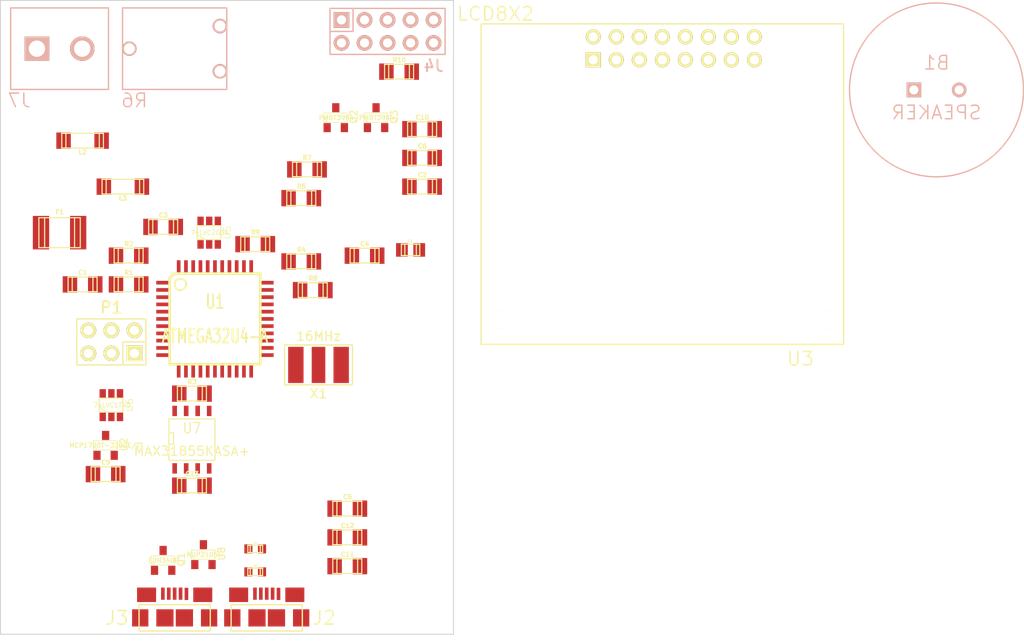
<source format=kicad_pcb>
(kicad_pcb (version 4) (host pcbnew "(2014-jul-16 BZR unknown)-product")

  (general
    (links 131)
    (no_connects 131)
    (area 129.54 54.61 179.705 125.095)
    (thickness 1.6)
    (drawings 4)
    (tracks 0)
    (zones 0)
    (modules 44)
    (nets 65)
  )

  (page USLetter)
  (layers
    (0 F.Cu signal)
    (31 B.Cu signal)
    (32 B.Adhes user)
    (33 F.Adhes user)
    (34 B.Paste user)
    (35 F.Paste user)
    (36 B.SilkS user)
    (37 F.SilkS user)
    (38 B.Mask user)
    (39 F.Mask user)
    (40 Dwgs.User user)
    (41 Cmts.User user)
    (42 Eco1.User user)
    (43 Eco2.User user)
    (44 Edge.Cuts user)
    (45 Margin user)
    (46 B.CrtYd user)
    (47 F.CrtYd user)
    (48 B.Fab user)
    (49 F.Fab user)
  )

  (setup
    (last_trace_width 0.254)
    (trace_clearance 0.254)
    (zone_clearance 0.508)
    (zone_45_only no)
    (trace_min 0.254)
    (segment_width 0.2)
    (edge_width 0.1)
    (via_size 0.889)
    (via_drill 0.635)
    (via_min_size 0.889)
    (via_min_drill 0.508)
    (uvia_size 0.508)
    (uvia_drill 0.127)
    (uvias_allowed no)
    (uvia_min_size 0.508)
    (uvia_min_drill 0.127)
    (pcb_text_width 0.3)
    (pcb_text_size 1.5 1.5)
    (mod_edge_width 0.15)
    (mod_text_size 1 1)
    (mod_text_width 0.15)
    (pad_size 1.5 1.5)
    (pad_drill 0.6)
    (pad_to_mask_clearance 0)
    (aux_axis_origin 0 0)
    (visible_elements FFFFFF7F)
    (pcbplotparams
      (layerselection 0x00030_80000001)
      (usegerberextensions false)
      (excludeedgelayer true)
      (linewidth 0.100000)
      (plotframeref false)
      (viasonmask false)
      (mode 1)
      (useauxorigin false)
      (hpglpennumber 1)
      (hpglpenspeed 20)
      (hpglpendiameter 15)
      (hpglpenoverlay 2)
      (psnegative false)
      (psa4output false)
      (plotreference true)
      (plotvalue true)
      (plotinvisibletext false)
      (padsonsilk false)
      (subtractmaskfromsilk false)
      (outputformat 1)
      (mirror false)
      (drillshape 1)
      (scaleselection 1)
      (outputdirectory ""))
  )

  (net 0 "")
  (net 1 +5V)
  (net 2 "Net-(B1-Pad2)")
  (net 3 "Net-(C1-Pad1)")
  (net 4 GND)
  (net 5 /DuinoModSingle/AREF)
  (net 6 "Net-(C4-Pad1)")
  (net 7 +3.3V)
  (net 8 "Net-(C13-Pad1)")
  (net 9 "Net-(C13-Pad2)")
  (net 10 /DuinoModSingle/USB_5V)
  (net 11 "Net-(J2-Pad1)")
  (net 12 /DuinoModSingle/USB_D-)
  (net 13 /DuinoModSingle/USB_D+)
  (net 14 "Net-(J3-Pad1)")
  (net 15 "Net-(J3-Pad2)")
  (net 16 "Net-(J3-Pad3)")
  (net 17 LED)
  (net 18 SSR)
  (net 19 BTN1)
  (net 20 BTN2)
  (net 21 /DuinoModSingle/~RESET)
  (net 22 "Net-(J7-Pad1)")
  (net 23 "Net-(J7-Pad2)")
  (net 24 /DuinoModSingle/MISO)
  (net 25 /DuinoModSingle/SCK)
  (net 26 /DuinoModSingle/MOSI)
  (net 27 "Net-(Q2-Pad1)")
  (net 28 "Net-(Q3-Pad1)")
  (net 29 "Net-(R1-Pad1)")
  (net 30 "Net-(R2-Pad1)")
  (net 31 "Net-(R4-Pad2)")
  (net 32 /DuinoModSingle/4/A6)
  (net 33 "Net-(R6-Pad3)")
  (net 34 /DuinoModSingle/6/PWM/A8)
  (net 35 /DuinoModSingle/5/PWM)
  (net 36 /DuinoModSingle/A3)
  (net 37 /DuinoModSingle/A4)
  (net 38 /DuinoModSingle/A5)
  (net 39 /DuinoModSingle/A2)
  (net 40 /DuinoModSingle/A1)
  (net 41 "Net-(U1-Pad17)")
  (net 42 "Net-(U1-Pad16)")
  (net 43 /DuinoModSingle/11/PWM)
  (net 44 /DuinoModSingle/3/SCL/PWM)
  (net 45 /DuinoModSingle/2/SDA)
  (net 46 /DuinoModSingle/0/RX)
  (net 47 /DuinoModSingle/1/TX)
  (net 48 "Net-(U1-Pad22)")
  (net 49 /DuinoModSingle/8/A9)
  (net 50 /DuinoModSingle/12/A7)
  (net 51 "Net-(U1-Pad8)")
  (net 52 /DuinoModSingle/9/PWM/A10)
  (net 53 /DuinoModSingle/10/PWM/A11)
  (net 54 /DuinoModSingle/13/PWM)
  (net 55 /DuinoModSingle/7)
  (net 56 "Net-(U3-Pad7)")
  (net 57 "Net-(U3-Pad8)")
  (net 58 "Net-(U3-Pad9)")
  (net 59 "Net-(U3-Pad10)")
  (net 60 "Net-(U5-Pad6)")
  (net 61 VCC)
  (net 62 "Net-(U5-Pad4)")
  (net 63 "Net-(U6-Pad4)")
  (net 64 "Net-(U7-Pad8)")

  (net_class Default "This is the default net class."
    (clearance 0.254)
    (trace_width 0.254)
    (via_dia 0.889)
    (via_drill 0.635)
    (uvia_dia 0.508)
    (uvia_drill 0.127)
    (add_net +3.3V)
    (add_net +5V)
    (add_net /DuinoModSingle/0/RX)
    (add_net /DuinoModSingle/1/TX)
    (add_net /DuinoModSingle/10/PWM/A11)
    (add_net /DuinoModSingle/11/PWM)
    (add_net /DuinoModSingle/12/A7)
    (add_net /DuinoModSingle/13/PWM)
    (add_net /DuinoModSingle/2/SDA)
    (add_net /DuinoModSingle/3/SCL/PWM)
    (add_net /DuinoModSingle/4/A6)
    (add_net /DuinoModSingle/5/PWM)
    (add_net /DuinoModSingle/6/PWM/A8)
    (add_net /DuinoModSingle/7)
    (add_net /DuinoModSingle/8/A9)
    (add_net /DuinoModSingle/9/PWM/A10)
    (add_net /DuinoModSingle/A1)
    (add_net /DuinoModSingle/A2)
    (add_net /DuinoModSingle/A3)
    (add_net /DuinoModSingle/A4)
    (add_net /DuinoModSingle/A5)
    (add_net /DuinoModSingle/AREF)
    (add_net /DuinoModSingle/MISO)
    (add_net /DuinoModSingle/MOSI)
    (add_net /DuinoModSingle/SCK)
    (add_net /DuinoModSingle/USB_5V)
    (add_net /DuinoModSingle/USB_D+)
    (add_net /DuinoModSingle/USB_D-)
    (add_net /DuinoModSingle/~RESET)
    (add_net BTN1)
    (add_net BTN2)
    (add_net GND)
    (add_net LED)
    (add_net "Net-(B1-Pad2)")
    (add_net "Net-(C1-Pad1)")
    (add_net "Net-(C13-Pad1)")
    (add_net "Net-(C13-Pad2)")
    (add_net "Net-(C4-Pad1)")
    (add_net "Net-(J2-Pad1)")
    (add_net "Net-(J3-Pad1)")
    (add_net "Net-(J3-Pad2)")
    (add_net "Net-(J3-Pad3)")
    (add_net "Net-(J7-Pad1)")
    (add_net "Net-(J7-Pad2)")
    (add_net "Net-(Q2-Pad1)")
    (add_net "Net-(Q3-Pad1)")
    (add_net "Net-(R1-Pad1)")
    (add_net "Net-(R2-Pad1)")
    (add_net "Net-(R4-Pad2)")
    (add_net "Net-(R6-Pad3)")
    (add_net "Net-(U1-Pad16)")
    (add_net "Net-(U1-Pad17)")
    (add_net "Net-(U1-Pad22)")
    (add_net "Net-(U1-Pad8)")
    (add_net "Net-(U3-Pad10)")
    (add_net "Net-(U3-Pad7)")
    (add_net "Net-(U3-Pad8)")
    (add_net "Net-(U3-Pad9)")
    (add_net "Net-(U5-Pad4)")
    (add_net "Net-(U5-Pad6)")
    (add_net "Net-(U6-Pad4)")
    (add_net "Net-(U7-Pad8)")
    (add_net SSR)
    (add_net VCC)
  )

  (module ReflowToaster:CX-0905C locked (layer B.Cu) (tedit 541264B6) (tstamp 54126865)
    (at 233.299002 64.879)
    (path /541144C4/54115665)
    (fp_text reference B1 (at 0 -3) (layer B.SilkS)
      (effects (font (size 1.5 1.5) (thickness 0.15)) (justify mirror))
    )
    (fp_text value SPEAKER (at 0 2.5) (layer B.SilkS)
      (effects (font (size 1.5 1.5) (thickness 0.15)) (justify mirror))
    )
    (fp_circle (center 0 0) (end 9.6 0) (layer B.SilkS) (width 0.15))
    (pad 1 thru_hole rect (at -2.5 0) (size 1.6 1.6) (drill 1) (layers *.Cu *.Mask B.SilkS)
      (net 1 +5V))
    (pad 2 thru_hole circle (at 2.5 0) (size 1.6 1.6) (drill 1) (layers *.Cu *.Mask B.SilkS)
      (net 2 "Net-(B1-Pad2)"))
  )

  (module Capacitors_SMD:c_1206 placed (layer F.Cu) (tedit 541266BB) (tstamp 54126871)
    (at 139.065 86.36)
    (descr "SMT capacitor, 1206")
    (path /540E7838/540E8D92)
    (fp_text reference C1 (at 0.0254 -1.2954) (layer F.SilkS)
      (effects (font (size 0.50038 0.50038) (thickness 0.11938)))
    )
    (fp_text value 1uF (at 0 1.27) (layer F.SilkS) hide
      (effects (font (size 0.50038 0.50038) (thickness 0.11938)))
    )
    (fp_line (start 1.143 0.8128) (end 1.143 -0.8128) (layer F.SilkS) (width 0.127))
    (fp_line (start -1.143 -0.8128) (end -1.143 0.8128) (layer F.SilkS) (width 0.127))
    (fp_line (start -1.6002 -0.8128) (end -1.6002 0.8128) (layer F.SilkS) (width 0.127))
    (fp_line (start -1.6002 0.8128) (end 1.6002 0.8128) (layer F.SilkS) (width 0.127))
    (fp_line (start 1.6002 0.8128) (end 1.6002 -0.8128) (layer F.SilkS) (width 0.127))
    (fp_line (start 1.6002 -0.8128) (end -1.6002 -0.8128) (layer F.SilkS) (width 0.127))
    (pad 1 smd rect (at 1.397 0) (size 1.6002 1.8034) (layers F.Cu F.Paste F.Mask)
      (net 3 "Net-(C1-Pad1)"))
    (pad 2 smd rect (at -1.397 0) (size 1.6002 1.8034) (layers F.Cu F.Paste F.Mask)
      (net 4 GND))
    (model smd/capacitors/c_1206.wrl
      (at (xyz 0 0 0))
      (scale (xyz 1 1 1))
      (rotate (xyz 0 0 0))
    )
  )

  (module Capacitors_SMD:c_1206 placed (layer F.Cu) (tedit 541266BB) (tstamp 5412687D)
    (at 176.53 75.565)
    (descr "SMT capacitor, 1206")
    (path /540E7838/540F2F1E)
    (fp_text reference C2 (at 0.0254 -1.2954) (layer F.SilkS)
      (effects (font (size 0.50038 0.50038) (thickness 0.11938)))
    )
    (fp_text value 0.1uF (at 0 1.27) (layer F.SilkS) hide
      (effects (font (size 0.50038 0.50038) (thickness 0.11938)))
    )
    (fp_line (start 1.143 0.8128) (end 1.143 -0.8128) (layer F.SilkS) (width 0.127))
    (fp_line (start -1.143 -0.8128) (end -1.143 0.8128) (layer F.SilkS) (width 0.127))
    (fp_line (start -1.6002 -0.8128) (end -1.6002 0.8128) (layer F.SilkS) (width 0.127))
    (fp_line (start -1.6002 0.8128) (end 1.6002 0.8128) (layer F.SilkS) (width 0.127))
    (fp_line (start 1.6002 0.8128) (end 1.6002 -0.8128) (layer F.SilkS) (width 0.127))
    (fp_line (start 1.6002 -0.8128) (end -1.6002 -0.8128) (layer F.SilkS) (width 0.127))
    (pad 1 smd rect (at 1.397 0) (size 1.6002 1.8034) (layers F.Cu F.Paste F.Mask)
      (net 1 +5V))
    (pad 2 smd rect (at -1.397 0) (size 1.6002 1.8034) (layers F.Cu F.Paste F.Mask)
      (net 4 GND))
    (model smd/capacitors/c_1206.wrl
      (at (xyz 0 0 0))
      (scale (xyz 1 1 1))
      (rotate (xyz 0 0 0))
    )
  )

  (module Capacitors_SMD:c_1206 placed (layer F.Cu) (tedit 541266BB) (tstamp 54126889)
    (at 147.955 80.01)
    (descr "SMT capacitor, 1206")
    (path /540E7838/540E8B06)
    (fp_text reference C3 (at 0.0254 -1.2954) (layer F.SilkS)
      (effects (font (size 0.50038 0.50038) (thickness 0.11938)))
    )
    (fp_text value 0.1uF (at 0 1.27) (layer F.SilkS) hide
      (effects (font (size 0.50038 0.50038) (thickness 0.11938)))
    )
    (fp_line (start 1.143 0.8128) (end 1.143 -0.8128) (layer F.SilkS) (width 0.127))
    (fp_line (start -1.143 -0.8128) (end -1.143 0.8128) (layer F.SilkS) (width 0.127))
    (fp_line (start -1.6002 -0.8128) (end -1.6002 0.8128) (layer F.SilkS) (width 0.127))
    (fp_line (start -1.6002 0.8128) (end 1.6002 0.8128) (layer F.SilkS) (width 0.127))
    (fp_line (start 1.6002 0.8128) (end 1.6002 -0.8128) (layer F.SilkS) (width 0.127))
    (fp_line (start 1.6002 -0.8128) (end -1.6002 -0.8128) (layer F.SilkS) (width 0.127))
    (pad 1 smd rect (at 1.397 0) (size 1.6002 1.8034) (layers F.Cu F.Paste F.Mask)
      (net 5 /DuinoModSingle/AREF))
    (pad 2 smd rect (at -1.397 0) (size 1.6002 1.8034) (layers F.Cu F.Paste F.Mask)
      (net 4 GND))
    (model smd/capacitors/c_1206.wrl
      (at (xyz 0 0 0))
      (scale (xyz 1 1 1))
      (rotate (xyz 0 0 0))
    )
  )

  (module Capacitors_SMD:c_1206 placed (layer F.Cu) (tedit 541266BB) (tstamp 54126895)
    (at 170.18 83.185)
    (descr "SMT capacitor, 1206")
    (path /540E7838/540F2AB3)
    (fp_text reference C4 (at 0.0254 -1.2954) (layer F.SilkS)
      (effects (font (size 0.50038 0.50038) (thickness 0.11938)))
    )
    (fp_text value 0.1uF (at 0 1.27) (layer F.SilkS) hide
      (effects (font (size 0.50038 0.50038) (thickness 0.11938)))
    )
    (fp_line (start 1.143 0.8128) (end 1.143 -0.8128) (layer F.SilkS) (width 0.127))
    (fp_line (start -1.143 -0.8128) (end -1.143 0.8128) (layer F.SilkS) (width 0.127))
    (fp_line (start -1.6002 -0.8128) (end -1.6002 0.8128) (layer F.SilkS) (width 0.127))
    (fp_line (start -1.6002 0.8128) (end 1.6002 0.8128) (layer F.SilkS) (width 0.127))
    (fp_line (start 1.6002 0.8128) (end 1.6002 -0.8128) (layer F.SilkS) (width 0.127))
    (fp_line (start 1.6002 -0.8128) (end -1.6002 -0.8128) (layer F.SilkS) (width 0.127))
    (pad 1 smd rect (at 1.397 0) (size 1.6002 1.8034) (layers F.Cu F.Paste F.Mask)
      (net 6 "Net-(C4-Pad1)"))
    (pad 2 smd rect (at -1.397 0) (size 1.6002 1.8034) (layers F.Cu F.Paste F.Mask)
      (net 4 GND))
    (model smd/capacitors/c_1206.wrl
      (at (xyz 0 0 0))
      (scale (xyz 1 1 1))
      (rotate (xyz 0 0 0))
    )
  )

  (module Capacitors_SMD:c_1206 placed (layer F.Cu) (tedit 541266BB) (tstamp 541268A1)
    (at 168.275 111.125)
    (descr "SMT capacitor, 1206")
    (path /540E7838/540F6815)
    (fp_text reference C5 (at 0.0254 -1.2954) (layer F.SilkS)
      (effects (font (size 0.50038 0.50038) (thickness 0.11938)))
    )
    (fp_text value 1uF (at 0 1.27) (layer F.SilkS) hide
      (effects (font (size 0.50038 0.50038) (thickness 0.11938)))
    )
    (fp_line (start 1.143 0.8128) (end 1.143 -0.8128) (layer F.SilkS) (width 0.127))
    (fp_line (start -1.143 -0.8128) (end -1.143 0.8128) (layer F.SilkS) (width 0.127))
    (fp_line (start -1.6002 -0.8128) (end -1.6002 0.8128) (layer F.SilkS) (width 0.127))
    (fp_line (start -1.6002 0.8128) (end 1.6002 0.8128) (layer F.SilkS) (width 0.127))
    (fp_line (start 1.6002 0.8128) (end 1.6002 -0.8128) (layer F.SilkS) (width 0.127))
    (fp_line (start 1.6002 -0.8128) (end -1.6002 -0.8128) (layer F.SilkS) (width 0.127))
    (pad 1 smd rect (at 1.397 0) (size 1.6002 1.8034) (layers F.Cu F.Paste F.Mask)
      (net 7 +3.3V))
    (pad 2 smd rect (at -1.397 0) (size 1.6002 1.8034) (layers F.Cu F.Paste F.Mask)
      (net 4 GND))
    (model smd/capacitors/c_1206.wrl
      (at (xyz 0 0 0))
      (scale (xyz 1 1 1))
      (rotate (xyz 0 0 0))
    )
  )

  (module Capacitors_SMD:c_1206 placed (layer F.Cu) (tedit 541266BB) (tstamp 541268AD)
    (at 176.53 72.39)
    (descr "SMT capacitor, 1206")
    (path /540E7838/540F6784)
    (fp_text reference C6 (at 0.0254 -1.2954) (layer F.SilkS)
      (effects (font (size 0.50038 0.50038) (thickness 0.11938)))
    )
    (fp_text value 1uF (at 0 1.27) (layer F.SilkS) hide
      (effects (font (size 0.50038 0.50038) (thickness 0.11938)))
    )
    (fp_line (start 1.143 0.8128) (end 1.143 -0.8128) (layer F.SilkS) (width 0.127))
    (fp_line (start -1.143 -0.8128) (end -1.143 0.8128) (layer F.SilkS) (width 0.127))
    (fp_line (start -1.6002 -0.8128) (end -1.6002 0.8128) (layer F.SilkS) (width 0.127))
    (fp_line (start -1.6002 0.8128) (end 1.6002 0.8128) (layer F.SilkS) (width 0.127))
    (fp_line (start 1.6002 0.8128) (end 1.6002 -0.8128) (layer F.SilkS) (width 0.127))
    (fp_line (start 1.6002 -0.8128) (end -1.6002 -0.8128) (layer F.SilkS) (width 0.127))
    (pad 1 smd rect (at 1.397 0) (size 1.6002 1.8034) (layers F.Cu F.Paste F.Mask)
      (net 1 +5V))
    (pad 2 smd rect (at -1.397 0) (size 1.6002 1.8034) (layers F.Cu F.Paste F.Mask)
      (net 4 GND))
    (model smd/capacitors/c_1206.wrl
      (at (xyz 0 0 0))
      (scale (xyz 1 1 1))
      (rotate (xyz 0 0 0))
    )
  )

  (module Capacitors_SMD:c_1206 placed (layer F.Cu) (tedit 541266BB) (tstamp 541268B9)
    (at 141.605 107.315)
    (descr "SMT capacitor, 1206")
    (path /540FBA95/54106B7B)
    (fp_text reference C9 (at 0.0254 -1.2954) (layer F.SilkS)
      (effects (font (size 0.50038 0.50038) (thickness 0.11938)))
    )
    (fp_text value 0.1uF (at 0 1.27) (layer F.SilkS) hide
      (effects (font (size 0.50038 0.50038) (thickness 0.11938)))
    )
    (fp_line (start 1.143 0.8128) (end 1.143 -0.8128) (layer F.SilkS) (width 0.127))
    (fp_line (start -1.143 -0.8128) (end -1.143 0.8128) (layer F.SilkS) (width 0.127))
    (fp_line (start -1.6002 -0.8128) (end -1.6002 0.8128) (layer F.SilkS) (width 0.127))
    (fp_line (start -1.6002 0.8128) (end 1.6002 0.8128) (layer F.SilkS) (width 0.127))
    (fp_line (start 1.6002 0.8128) (end 1.6002 -0.8128) (layer F.SilkS) (width 0.127))
    (fp_line (start 1.6002 -0.8128) (end -1.6002 -0.8128) (layer F.SilkS) (width 0.127))
    (pad 1 smd rect (at 1.397 0) (size 1.6002 1.8034) (layers F.Cu F.Paste F.Mask)
      (net 7 +3.3V))
    (pad 2 smd rect (at -1.397 0) (size 1.6002 1.8034) (layers F.Cu F.Paste F.Mask)
      (net 4 GND))
    (model smd/capacitors/c_1206.wrl
      (at (xyz 0 0 0))
      (scale (xyz 1 1 1))
      (rotate (xyz 0 0 0))
    )
  )

  (module Capacitors_SMD:c_1206 placed (layer F.Cu) (tedit 541266BB) (tstamp 541268C5)
    (at 176.53 69.215)
    (descr "SMT capacitor, 1206")
    (path /540FBA95/541074BF)
    (fp_text reference C10 (at 0.0254 -1.2954) (layer F.SilkS)
      (effects (font (size 0.50038 0.50038) (thickness 0.11938)))
    )
    (fp_text value 0.1uF (at 0 1.27) (layer F.SilkS) hide
      (effects (font (size 0.50038 0.50038) (thickness 0.11938)))
    )
    (fp_line (start 1.143 0.8128) (end 1.143 -0.8128) (layer F.SilkS) (width 0.127))
    (fp_line (start -1.143 -0.8128) (end -1.143 0.8128) (layer F.SilkS) (width 0.127))
    (fp_line (start -1.6002 -0.8128) (end -1.6002 0.8128) (layer F.SilkS) (width 0.127))
    (fp_line (start -1.6002 0.8128) (end 1.6002 0.8128) (layer F.SilkS) (width 0.127))
    (fp_line (start 1.6002 0.8128) (end 1.6002 -0.8128) (layer F.SilkS) (width 0.127))
    (fp_line (start 1.6002 -0.8128) (end -1.6002 -0.8128) (layer F.SilkS) (width 0.127))
    (pad 1 smd rect (at 1.397 0) (size 1.6002 1.8034) (layers F.Cu F.Paste F.Mask)
      (net 1 +5V))
    (pad 2 smd rect (at -1.397 0) (size 1.6002 1.8034) (layers F.Cu F.Paste F.Mask)
      (net 4 GND))
    (model smd/capacitors/c_1206.wrl
      (at (xyz 0 0 0))
      (scale (xyz 1 1 1))
      (rotate (xyz 0 0 0))
    )
  )

  (module Capacitors_SMD:c_1206 placed (layer F.Cu) (tedit 541266BB) (tstamp 541268D1)
    (at 168.275 117.475)
    (descr "SMT capacitor, 1206")
    (path /540FBA95/54107549)
    (fp_text reference C11 (at 0.0254 -1.2954) (layer F.SilkS)
      (effects (font (size 0.50038 0.50038) (thickness 0.11938)))
    )
    (fp_text value 0.1uF (at 0 1.27) (layer F.SilkS) hide
      (effects (font (size 0.50038 0.50038) (thickness 0.11938)))
    )
    (fp_line (start 1.143 0.8128) (end 1.143 -0.8128) (layer F.SilkS) (width 0.127))
    (fp_line (start -1.143 -0.8128) (end -1.143 0.8128) (layer F.SilkS) (width 0.127))
    (fp_line (start -1.6002 -0.8128) (end -1.6002 0.8128) (layer F.SilkS) (width 0.127))
    (fp_line (start -1.6002 0.8128) (end 1.6002 0.8128) (layer F.SilkS) (width 0.127))
    (fp_line (start 1.6002 0.8128) (end 1.6002 -0.8128) (layer F.SilkS) (width 0.127))
    (fp_line (start 1.6002 -0.8128) (end -1.6002 -0.8128) (layer F.SilkS) (width 0.127))
    (pad 1 smd rect (at 1.397 0) (size 1.6002 1.8034) (layers F.Cu F.Paste F.Mask)
      (net 7 +3.3V))
    (pad 2 smd rect (at -1.397 0) (size 1.6002 1.8034) (layers F.Cu F.Paste F.Mask)
      (net 4 GND))
    (model smd/capacitors/c_1206.wrl
      (at (xyz 0 0 0))
      (scale (xyz 1 1 1))
      (rotate (xyz 0 0 0))
    )
  )

  (module Capacitors_SMD:c_1206 placed (layer F.Cu) (tedit 541266BB) (tstamp 541268DD)
    (at 168.275 114.3)
    (descr "SMT capacitor, 1206")
    (path /540FBA95/54106D7A)
    (fp_text reference C12 (at 0.0254 -1.2954) (layer F.SilkS)
      (effects (font (size 0.50038 0.50038) (thickness 0.11938)))
    )
    (fp_text value 0.1uF (at 0 1.27) (layer F.SilkS) hide
      (effects (font (size 0.50038 0.50038) (thickness 0.11938)))
    )
    (fp_line (start 1.143 0.8128) (end 1.143 -0.8128) (layer F.SilkS) (width 0.127))
    (fp_line (start -1.143 -0.8128) (end -1.143 0.8128) (layer F.SilkS) (width 0.127))
    (fp_line (start -1.6002 -0.8128) (end -1.6002 0.8128) (layer F.SilkS) (width 0.127))
    (fp_line (start -1.6002 0.8128) (end 1.6002 0.8128) (layer F.SilkS) (width 0.127))
    (fp_line (start 1.6002 0.8128) (end 1.6002 -0.8128) (layer F.SilkS) (width 0.127))
    (fp_line (start 1.6002 -0.8128) (end -1.6002 -0.8128) (layer F.SilkS) (width 0.127))
    (pad 1 smd rect (at 1.397 0) (size 1.6002 1.8034) (layers F.Cu F.Paste F.Mask)
      (net 7 +3.3V))
    (pad 2 smd rect (at -1.397 0) (size 1.6002 1.8034) (layers F.Cu F.Paste F.Mask)
      (net 4 GND))
    (model smd/capacitors/c_1206.wrl
      (at (xyz 0 0 0))
      (scale (xyz 1 1 1))
      (rotate (xyz 0 0 0))
    )
  )

  (module Capacitors_SMD:c_1206 placed (layer F.Cu) (tedit 541266BB) (tstamp 541268E9)
    (at 151.13 108.585)
    (descr "SMT capacitor, 1206")
    (path /540FBA95/54107DF0)
    (fp_text reference C13 (at 0.0254 -1.2954) (layer F.SilkS)
      (effects (font (size 0.50038 0.50038) (thickness 0.11938)))
    )
    (fp_text value 0.01uF (at 0 1.27) (layer F.SilkS) hide
      (effects (font (size 0.50038 0.50038) (thickness 0.11938)))
    )
    (fp_line (start 1.143 0.8128) (end 1.143 -0.8128) (layer F.SilkS) (width 0.127))
    (fp_line (start -1.143 -0.8128) (end -1.143 0.8128) (layer F.SilkS) (width 0.127))
    (fp_line (start -1.6002 -0.8128) (end -1.6002 0.8128) (layer F.SilkS) (width 0.127))
    (fp_line (start -1.6002 0.8128) (end 1.6002 0.8128) (layer F.SilkS) (width 0.127))
    (fp_line (start 1.6002 0.8128) (end 1.6002 -0.8128) (layer F.SilkS) (width 0.127))
    (fp_line (start 1.6002 -0.8128) (end -1.6002 -0.8128) (layer F.SilkS) (width 0.127))
    (pad 1 smd rect (at 1.397 0) (size 1.6002 1.8034) (layers F.Cu F.Paste F.Mask)
      (net 8 "Net-(C13-Pad1)"))
    (pad 2 smd rect (at -1.397 0) (size 1.6002 1.8034) (layers F.Cu F.Paste F.Mask)
      (net 9 "Net-(C13-Pad2)"))
    (model smd/capacitors/c_1206.wrl
      (at (xyz 0 0 0))
      (scale (xyz 1 1 1))
      (rotate (xyz 0 0 0))
    )
  )

  (module Capacitors_SMD:c_1812 placed (layer F.Cu) (tedit 541266BB) (tstamp 541268F5)
    (at 136.525 80.645)
    (descr "SMT capacitor, 1812")
    (path /540E7838/540E91CF)
    (fp_text reference F1 (at 0 -2.286) (layer F.SilkS)
      (effects (font (size 0.50038 0.50038) (thickness 0.11938)))
    )
    (fp_text value 500mA (at 0 2.286) (layer F.SilkS) hide
      (effects (font (size 0.50038 0.50038) (thickness 0.11938)))
    )
    (fp_line (start 1.651 -1.651) (end 1.651 1.651) (layer F.SilkS) (width 0.127))
    (fp_line (start -1.651 -1.651) (end -1.651 1.651) (layer F.SilkS) (width 0.127))
    (fp_line (start -2.286 -1.651) (end -2.286 1.651) (layer F.SilkS) (width 0.127))
    (fp_line (start -2.286 1.651) (end 2.286 1.651) (layer F.SilkS) (width 0.127))
    (fp_line (start 2.286 1.651) (end 2.286 -1.651) (layer F.SilkS) (width 0.127))
    (fp_line (start 2.286 -1.651) (end -2.286 -1.651) (layer F.SilkS) (width 0.127))
    (pad 1 smd rect (at 2.04978 0) (size 1.80086 3.70078) (layers F.Cu F.Paste F.Mask)
      (net 10 /DuinoModSingle/USB_5V))
    (pad 2 smd rect (at -2.04978 0) (size 1.80086 3.70078) (layers F.Cu F.Paste F.Mask)
      (net 1 +5V))
    (model smd/capacitors/c_1812.wrl
      (at (xyz 0 0 0))
      (scale (xyz 1 1 1))
      (rotate (xyz 0 0 0))
    )
  )

  (module ReflowToaster:FCI_10118192-0001LF locked (layer F.Cu) (tedit 54126868) (tstamp 54126914)
    (at 159.385 123.19 90)
    (path /540F7F5E)
    (fp_text reference J2 (at 0 6.35 180) (layer F.SilkS)
      (effects (font (size 1.5 1.5) (thickness 0.15)))
    )
    (fp_text value USB-Micro-B (at -5.715 3.175 180) (layer F.SilkS) hide
      (effects (font (size 1.5 1.5) (thickness 0.15)))
    )
    (fp_line (start 1.75 -4.15) (end 3.35 -4.15) (layer F.CrtYd) (width 0.15))
    (fp_line (start 3.35 -4.15) (end 3.35 4.15) (layer F.CrtYd) (width 0.15))
    (fp_line (start 3.35 4.15) (end 1.75 4.15) (layer F.CrtYd) (width 0.15))
    (fp_line (start 1.75 4.15) (end 1.75 -4.15) (layer F.CrtYd) (width 0.15))
    (fp_line (start -0.95 4.7) (end 0.95 4.7) (layer F.CrtYd) (width 0.15))
    (fp_line (start -0.95 -4.7) (end 0.95 -4.7) (layer F.CrtYd) (width 0.15))
    (fp_line (start 0.95 -4.7) (end 0.95 4.7) (layer F.CrtYd) (width 0.15))
    (fp_line (start -0.95 -4.7) (end -0.95 4.7) (layer F.CrtYd) (width 0.15))
    (fp_line (start -2.85 3.93) (end 2.85 3.93) (layer F.CrtYd) (width 0.15))
    (fp_line (start -2.85 -3.93) (end 2.85 -3.93) (layer F.CrtYd) (width 0.15))
    (fp_line (start 2.85 -3.93) (end 2.85 3.93) (layer F.CrtYd) (width 0.15))
    (fp_line (start -2.85 -3.93) (end -2.85 3.93) (layer F.CrtYd) (width 0.15))
    (fp_line (start -1.45 3.93) (end 1.45 3.93) (layer F.SilkS) (width 0.15))
    (fp_line (start -1.45 -3.93) (end 1.45 -3.93) (layer F.SilkS) (width 0.15))
    (fp_line (start 1.45 -3.93) (end 1.45 3.93) (layer F.SilkS) (width 0.15))
    (fp_line (start -1.45 3.93) (end -1.45 -3.93) (layer F.SilkS) (width 0.15))
    (pad 1 smd rect (at 2.675 -1.3 90) (size 1.35 0.4) (layers F.Cu F.Paste F.Mask)
      (net 11 "Net-(J2-Pad1)"))
    (pad 2 smd rect (at 2.675 -0.65 90) (size 1.35 0.4) (layers F.Cu F.Paste F.Mask)
      (net 12 /DuinoModSingle/USB_D-))
    (pad 3 smd rect (at 2.675 0 90) (size 1.35 0.4) (layers F.Cu F.Paste F.Mask)
      (net 13 /DuinoModSingle/USB_D+))
    (pad 4 smd rect (at 2.675 0.65 90) (size 1.35 0.4) (layers F.Cu F.Paste F.Mask)
      (net 4 GND))
    (pad 5 smd rect (at 2.65 1.3 90) (size 1.35 0.4) (layers F.Cu F.Paste F.Mask)
      (net 4 GND))
    (pad 6 smd rect (at 2.55 -3.1 90) (size 1.6 2.1) (layers F.Cu F.Paste F.Mask)
      (net 4 GND))
    (pad 7 smd rect (at 2.55 3.1 90) (size 1.6 2.1) (layers F.Cu F.Paste F.Mask)
      (net 4 GND))
    (pad 8 smd rect (at 0 -3.8 90) (size 1.9 1.8) (layers F.Cu F.Paste F.Mask)
      (net 4 GND))
    (pad 9 smd rect (at 0 -1.075 90) (size 1.9 1.9) (layers F.Cu F.Paste F.Mask)
      (net 4 GND))
    (pad 10 smd rect (at 0 1.075 90) (size 1.9 1.9) (layers F.Cu F.Paste F.Mask)
      (net 4 GND))
    (pad 11 smd rect (at 0 3.8 90) (size 1.9 1.8) (layers F.Cu F.Paste F.Mask)
      (net 4 GND))
  )

  (module ReflowToaster:FCI_10118192-0001LF locked (layer F.Cu) (tedit 5412687E) (tstamp 54126933)
    (at 149.225 123.19 90)
    (path /540F90B7)
    (fp_text reference J3 (at 0 -6.35 180) (layer F.SilkS)
      (effects (font (size 1.5 1.5) (thickness 0.15)))
    )
    (fp_text value USB-Micro-B (at 0 -6.35 90) (layer F.SilkS) hide
      (effects (font (size 1.5 1.5) (thickness 0.15)))
    )
    (fp_line (start 1.75 -4.15) (end 3.35 -4.15) (layer F.CrtYd) (width 0.15))
    (fp_line (start 3.35 -4.15) (end 3.35 4.15) (layer F.CrtYd) (width 0.15))
    (fp_line (start 3.35 4.15) (end 1.75 4.15) (layer F.CrtYd) (width 0.15))
    (fp_line (start 1.75 4.15) (end 1.75 -4.15) (layer F.CrtYd) (width 0.15))
    (fp_line (start -0.95 4.7) (end 0.95 4.7) (layer F.CrtYd) (width 0.15))
    (fp_line (start -0.95 -4.7) (end 0.95 -4.7) (layer F.CrtYd) (width 0.15))
    (fp_line (start 0.95 -4.7) (end 0.95 4.7) (layer F.CrtYd) (width 0.15))
    (fp_line (start -0.95 -4.7) (end -0.95 4.7) (layer F.CrtYd) (width 0.15))
    (fp_line (start -2.85 3.93) (end 2.85 3.93) (layer F.CrtYd) (width 0.15))
    (fp_line (start -2.85 -3.93) (end 2.85 -3.93) (layer F.CrtYd) (width 0.15))
    (fp_line (start 2.85 -3.93) (end 2.85 3.93) (layer F.CrtYd) (width 0.15))
    (fp_line (start -2.85 -3.93) (end -2.85 3.93) (layer F.CrtYd) (width 0.15))
    (fp_line (start -1.45 3.93) (end 1.45 3.93) (layer F.SilkS) (width 0.15))
    (fp_line (start -1.45 -3.93) (end 1.45 -3.93) (layer F.SilkS) (width 0.15))
    (fp_line (start 1.45 -3.93) (end 1.45 3.93) (layer F.SilkS) (width 0.15))
    (fp_line (start -1.45 3.93) (end -1.45 -3.93) (layer F.SilkS) (width 0.15))
    (pad 1 smd rect (at 2.675 -1.3 90) (size 1.35 0.4) (layers F.Cu F.Paste F.Mask)
      (net 14 "Net-(J3-Pad1)"))
    (pad 2 smd rect (at 2.675 -0.65 90) (size 1.35 0.4) (layers F.Cu F.Paste F.Mask)
      (net 15 "Net-(J3-Pad2)"))
    (pad 3 smd rect (at 2.675 0 90) (size 1.35 0.4) (layers F.Cu F.Paste F.Mask)
      (net 16 "Net-(J3-Pad3)"))
    (pad 4 smd rect (at 2.675 0.65 90) (size 1.35 0.4) (layers F.Cu F.Paste F.Mask)
      (net 4 GND))
    (pad 5 smd rect (at 2.65 1.3 90) (size 1.35 0.4) (layers F.Cu F.Paste F.Mask)
      (net 4 GND))
    (pad 6 smd rect (at 2.55 -3.1 90) (size 1.6 2.1) (layers F.Cu F.Paste F.Mask)
      (net 4 GND))
    (pad 7 smd rect (at 2.55 3.1 90) (size 1.6 2.1) (layers F.Cu F.Paste F.Mask)
      (net 4 GND))
    (pad 8 smd rect (at 0 -3.8 90) (size 1.9 1.8) (layers F.Cu F.Paste F.Mask)
      (net 4 GND))
    (pad 9 smd rect (at 0 -1.075 90) (size 1.9 1.9) (layers F.Cu F.Paste F.Mask)
      (net 4 GND))
    (pad 10 smd rect (at 0 1.075 90) (size 1.9 1.9) (layers F.Cu F.Paste F.Mask)
      (net 4 GND))
    (pad 11 smd rect (at 0 3.8 90) (size 1.9 1.8) (layers F.Cu F.Paste F.Mask)
      (net 4 GND))
  )

  (module Pin_Headers:Pin_Header_Straight_2x05 locked (layer B.Cu) (tedit 54126965) (tstamp 54126949)
    (at 172.72 58.42)
    (descr "Through hole pin header")
    (tags "pin header")
    (path /541144C4/54114A6B)
    (fp_text reference J4 (at 5.08 3.81) (layer B.SilkS)
      (effects (font (size 1.27 1.27) (thickness 0.2032)) (justify mirror))
    )
    (fp_text value CONN_02X05 (at 0 0) (layer B.SilkS) hide
      (effects (font (size 1.27 1.27) (thickness 0.2032)) (justify mirror))
    )
    (fp_line (start -6.35 2.54) (end 6.35 2.54) (layer B.SilkS) (width 0.15))
    (fp_line (start 6.35 2.54) (end 6.35 -2.54) (layer B.SilkS) (width 0.15))
    (fp_line (start 6.35 -2.54) (end -3.81 -2.54) (layer B.SilkS) (width 0.15))
    (fp_line (start -6.35 2.54) (end -6.35 0) (layer B.SilkS) (width 0.15))
    (fp_line (start -6.35 -2.54) (end -3.81 -2.54) (layer B.SilkS) (width 0.15))
    (fp_line (start -6.35 0) (end -3.81 0) (layer B.SilkS) (width 0.15))
    (fp_line (start -3.81 0) (end -3.81 -2.54) (layer B.SilkS) (width 0.15))
    (fp_line (start -6.35 -2.54) (end -6.35 0) (layer B.SilkS) (width 0.15))
    (pad 1 thru_hole rect (at -5.08 -1.27) (size 1.7272 1.7272) (drill 1.016) (layers *.Cu *.Mask B.SilkS)
      (net 1 +5V))
    (pad 2 thru_hole oval (at -5.08 1.27) (size 1.7272 1.7272) (drill 1.016) (layers *.Cu *.Mask B.SilkS)
      (net 17 LED))
    (pad 3 thru_hole oval (at -2.54 -1.27) (size 1.7272 1.7272) (drill 1.016) (layers *.Cu *.Mask B.SilkS)
      (net 1 +5V))
    (pad 4 thru_hole oval (at -2.54 1.27) (size 1.7272 1.7272) (drill 1.016) (layers *.Cu *.Mask B.SilkS)
      (net 18 SSR))
    (pad 5 thru_hole oval (at 0 -1.27) (size 1.7272 1.7272) (drill 1.016) (layers *.Cu *.Mask B.SilkS)
      (net 4 GND))
    (pad 6 thru_hole oval (at 0 1.27) (size 1.7272 1.7272) (drill 1.016) (layers *.Cu *.Mask B.SilkS)
      (net 19 BTN1))
    (pad 7 thru_hole oval (at 2.54 -1.27) (size 1.7272 1.7272) (drill 1.016) (layers *.Cu *.Mask B.SilkS)
      (net 4 GND))
    (pad 8 thru_hole oval (at 2.54 1.27) (size 1.7272 1.7272) (drill 1.016) (layers *.Cu *.Mask B.SilkS)
      (net 20 BTN2))
    (pad 9 thru_hole oval (at 5.08 -1.27) (size 1.7272 1.7272) (drill 1.016) (layers *.Cu *.Mask B.SilkS)
      (net 4 GND))
    (pad 10 thru_hole oval (at 5.08 1.27) (size 1.7272 1.7272) (drill 1.016) (layers *.Cu *.Mask B.SilkS)
      (net 21 /DuinoModSingle/~RESET))
    (model Pin_Headers/Pin_Header_Straight_2x05.wrl
      (at (xyz 0 0 0))
      (scale (xyz 1 1 1))
      (rotate (xyz 0 0 0))
    )
  )

  (module ReflowToaster:282836-2 (layer B.Cu) (tedit 5412694B) (tstamp 54126953)
    (at 136.525 60.325 270)
    (path /540FBA95/5410AC42)
    (fp_text reference J7 (at 5.715 4.445 540) (layer B.SilkS)
      (effects (font (size 1.5 1.5) (thickness 0.15)) (justify mirror))
    )
    (fp_text value CONN_01X02 (at 0 6.985 270) (layer B.SilkS) hide
      (effects (font (size 1.5 1.5) (thickness 0.15)) (justify mirror))
    )
    (fp_line (start -4.5 5.4) (end 4.5 5.4) (layer B.SilkS) (width 0.15))
    (fp_line (start 4.5 5.4) (end 4.5 -5.4) (layer B.SilkS) (width 0.15))
    (fp_line (start 4.5 -5.4) (end -4.5 -5.4) (layer B.SilkS) (width 0.15))
    (fp_line (start -4.5 -5.4) (end -4.5 5.4) (layer B.SilkS) (width 0.15))
    (pad 1 thru_hole rect (at 0 2.5 270) (size 2.7 2.7) (drill 1.8) (layers *.Cu *.Mask B.SilkS)
      (net 22 "Net-(J7-Pad1)"))
    (pad 2 thru_hole circle (at 0 -2.5 270) (size 2.7 2.7) (drill 1.8) (layers *.Cu *.Mask B.SilkS)
      (net 23 "Net-(J7-Pad2)"))
  )

  (module Capacitors_SMD:c_0805 placed (layer F.Cu) (tedit 53FC1B36) (tstamp 5412695F)
    (at 175.26 82.55)
    (descr "SMT capacitor, 0805")
    (path /540E7838/540F28C4)
    (fp_text reference L1 (at 0 -0.9906) (layer F.SilkS)
      (effects (font (size 0.29972 0.29972) (thickness 0.06096)))
    )
    (fp_text value "Ferrite Bead" (at 0 0.9906) (layer F.SilkS) hide
      (effects (font (size 0.29972 0.29972) (thickness 0.06096)))
    )
    (fp_line (start 0.635 -0.635) (end 0.635 0.635) (layer F.SilkS) (width 0.127))
    (fp_line (start -0.635 -0.635) (end -0.635 0.6096) (layer F.SilkS) (width 0.127))
    (fp_line (start -1.016 -0.635) (end 1.016 -0.635) (layer F.SilkS) (width 0.127))
    (fp_line (start 1.016 -0.635) (end 1.016 0.635) (layer F.SilkS) (width 0.127))
    (fp_line (start 1.016 0.635) (end -1.016 0.635) (layer F.SilkS) (width 0.127))
    (fp_line (start -1.016 0.635) (end -1.016 -0.635) (layer F.SilkS) (width 0.127))
    (pad 1 smd rect (at 0.9525 0) (size 1.30048 1.4986) (layers F.Cu F.Paste F.Mask)
      (net 1 +5V))
    (pad 2 smd rect (at -0.9525 0) (size 1.30048 1.4986) (layers F.Cu F.Paste F.Mask)
      (net 6 "Net-(C4-Pad1)"))
    (model smd/Capacitors/C0805.wrl
      (at (xyz 0 0 0))
      (scale (xyz 0.4 0.4 0.4))
      (rotate (xyz 0 0 0))
    )
  )

  (module ReflowToaster:smd_1806 placed (layer F.Cu) (tedit 5410AB5B) (tstamp 5412696B)
    (at 139.065 70.485)
    (descr "SMT passive, 1806")
    (path /540FBA95/54107A18)
    (fp_text reference L2 (at 0 1.27) (layer F.SilkS)
      (effects (font (size 0.50038 0.50038) (thickness 0.11938)))
    )
    (fp_text value INDUCTOR_SMALL (at 0 0) (layer F.SilkS) hide
      (effects (font (size 0.50038 0.50038) (thickness 0.11938)))
    )
    (fp_line (start 1.843 0.8128) (end 1.843 -0.8128) (layer F.SilkS) (width 0.127))
    (fp_line (start -1.843 -0.8128) (end -1.843 0.8128) (layer F.SilkS) (width 0.127))
    (fp_line (start -2.3002 -0.8128) (end -2.3002 0.8128) (layer F.SilkS) (width 0.127))
    (fp_line (start -2.3002 0.8128) (end 2.3002 0.8128) (layer F.SilkS) (width 0.127))
    (fp_line (start 2.3002 0.8128) (end 2.3002 -0.8128) (layer F.SilkS) (width 0.127))
    (fp_line (start 2.3002 -0.8128) (end -2.3002 -0.8128) (layer F.SilkS) (width 0.127))
    (pad 1 smd rect (at 2.1 0) (size 1.6002 1.8034) (layers F.Cu F.Paste F.Mask)
      (net 8 "Net-(C13-Pad1)"))
    (pad 2 smd rect (at -2.1 0) (size 1.6002 1.8034) (layers F.Cu F.Paste F.Mask)
      (net 22 "Net-(J7-Pad1)"))
    (model smd/capacitors/smd_1806.wrl
      (at (xyz 0 0 0))
      (scale (xyz 1 1 1))
      (rotate (xyz 0 0 0))
    )
  )

  (module ReflowToaster:smd_1806 placed (layer F.Cu) (tedit 5410AB5B) (tstamp 54126977)
    (at 143.51 75.565)
    (descr "SMT passive, 1806")
    (path /540FBA95/54107A8D)
    (fp_text reference L3 (at 0 1.27) (layer F.SilkS)
      (effects (font (size 0.50038 0.50038) (thickness 0.11938)))
    )
    (fp_text value INDUCTOR_SMALL (at 0 0) (layer F.SilkS) hide
      (effects (font (size 0.50038 0.50038) (thickness 0.11938)))
    )
    (fp_line (start 1.843 0.8128) (end 1.843 -0.8128) (layer F.SilkS) (width 0.127))
    (fp_line (start -1.843 -0.8128) (end -1.843 0.8128) (layer F.SilkS) (width 0.127))
    (fp_line (start -2.3002 -0.8128) (end -2.3002 0.8128) (layer F.SilkS) (width 0.127))
    (fp_line (start -2.3002 0.8128) (end 2.3002 0.8128) (layer F.SilkS) (width 0.127))
    (fp_line (start 2.3002 0.8128) (end 2.3002 -0.8128) (layer F.SilkS) (width 0.127))
    (fp_line (start 2.3002 -0.8128) (end -2.3002 -0.8128) (layer F.SilkS) (width 0.127))
    (pad 1 smd rect (at 2.1 0) (size 1.6002 1.8034) (layers F.Cu F.Paste F.Mask)
      (net 9 "Net-(C13-Pad2)"))
    (pad 2 smd rect (at -2.1 0) (size 1.6002 1.8034) (layers F.Cu F.Paste F.Mask)
      (net 23 "Net-(J7-Pad2)"))
    (model smd/capacitors/smd_1806.wrl
      (at (xyz 0 0 0))
      (scale (xyz 1 1 1))
      (rotate (xyz 0 0 0))
    )
  )

  (module Socket_Strips:Socket_Strip_Straight_2x03 placed (layer F.Cu) (tedit 541266B8) (tstamp 54126989)
    (at 142.24 92.71)
    (descr "Through hole socket strip")
    (tags "socket strip")
    (path /540E7838/540E7D81)
    (fp_text reference P1 (at 0 -3.81) (layer F.SilkS)
      (effects (font (size 1.27 1.27) (thickness 0.2032)))
    )
    (fp_text value CONN_02X03 (at 0 0) (layer F.SilkS) hide
      (effects (font (size 1.27 1.27) (thickness 0.2032)))
    )
    (fp_line (start 3.81 0) (end 1.27 0) (layer F.SilkS) (width 0.15))
    (fp_line (start 1.27 0) (end 1.27 2.54) (layer F.SilkS) (width 0.15))
    (fp_line (start 3.81 2.54) (end -3.81 2.54) (layer F.SilkS) (width 0.15))
    (fp_line (start -3.81 2.54) (end -3.81 -2.54) (layer F.SilkS) (width 0.15))
    (fp_line (start -3.81 -2.54) (end 1.27 -2.54) (layer F.SilkS) (width 0.15))
    (fp_line (start 3.81 2.54) (end 3.81 0) (layer F.SilkS) (width 0.15))
    (fp_line (start 3.81 -2.54) (end 3.81 0) (layer F.SilkS) (width 0.15))
    (fp_line (start 1.27 -2.54) (end 3.81 -2.54) (layer F.SilkS) (width 0.15))
    (pad 1 thru_hole rect (at 2.54 1.27 180) (size 1.7272 1.7272) (drill 1.016) (layers *.Cu *.Mask F.SilkS)
      (net 24 /DuinoModSingle/MISO))
    (pad 2 thru_hole oval (at 2.54 -1.27 180) (size 1.7272 1.7272) (drill 1.016) (layers *.Cu *.Mask F.SilkS)
      (net 1 +5V))
    (pad 3 thru_hole oval (at 0 1.27 180) (size 1.7272 1.7272) (drill 1.016) (layers *.Cu *.Mask F.SilkS)
      (net 25 /DuinoModSingle/SCK))
    (pad 4 thru_hole oval (at 0 -1.27 180) (size 1.7272 1.7272) (drill 1.016) (layers *.Cu *.Mask F.SilkS)
      (net 26 /DuinoModSingle/MOSI))
    (pad 5 thru_hole oval (at -2.54 1.27 180) (size 1.7272 1.7272) (drill 1.016) (layers *.Cu *.Mask F.SilkS)
      (net 21 /DuinoModSingle/~RESET))
    (pad 6 thru_hole oval (at -2.54 -1.27 180) (size 1.7272 1.7272) (drill 1.016) (layers *.Cu *.Mask F.SilkS)
      (net 4 GND))
    (model Socket_Strips/Socket_Strip_Straight_2x03.wrl
      (at (xyz 0 0 0))
      (scale (xyz 1 1 1))
      (rotate (xyz 0 0 0))
    )
  )

  (module ReflowToaster:FDN340P placed (layer F.Cu) (tedit 540FB0E6) (tstamp 54126995)
    (at 147.955 116.84)
    (tags FDN340P)
    (path /540FC488)
    (fp_text reference Q1 (at 1.99898 -0.09906 90) (layer F.SilkS)
      (effects (font (size 0.762 0.762) (thickness 0.11938)))
    )
    (fp_text value FDN340P (at 0.0635 0) (layer F.SilkS)
      (effects (font (size 0.50038 0.50038) (thickness 0.09906)))
    )
    (fp_circle (center -1.17602 0.35052) (end -1.30048 0.44958) (layer F.SilkS) (width 0.07874))
    (fp_line (start 1.27 -0.508) (end 1.27 0.508) (layer F.SilkS) (width 0.07874))
    (fp_line (start -1.3335 -0.508) (end -1.3335 0.508) (layer F.SilkS) (width 0.07874))
    (fp_line (start 1.27 0.508) (end -1.3335 0.508) (layer F.SilkS) (width 0.07874))
    (fp_line (start -1.3335 -0.508) (end 1.27 -0.508) (layer F.SilkS) (width 0.07874))
    (pad G smd rect (at 0 -1.09982) (size 0.8001 1.00076) (layers F.Cu F.Paste F.Mask)
      (net 14 "Net-(J3-Pad1)"))
    (pad D smd rect (at 0.9525 1.09982) (size 0.8001 1.00076) (layers F.Cu F.Paste F.Mask)
      (net 11 "Net-(J2-Pad1)"))
    (pad S smd rect (at -0.9525 1.09982) (size 0.8001 1.00076) (layers F.Cu F.Paste F.Mask)
      (net 10 /DuinoModSingle/USB_5V))
    (model smd\SOT23_3.wrl
      (at (xyz 0 0 0))
      (scale (xyz 0.4 0.4 0.4))
      (rotate (xyz 0 0 180))
    )
  )

  (module SMD_Packages:SOT-23 placed (layer F.Cu) (tedit 541266B9) (tstamp 541270EB)
    (at 167.005 67.945)
    (tags SOT23)
    (path /541144C4/541152C9)
    (fp_text reference Q2 (at 1.99898 -0.09906 90) (layer F.SilkS)
      (effects (font (size 0.762 0.762) (thickness 0.11938)))
    )
    (fp_text value PMBT3904 (at 0.0635 0) (layer F.SilkS)
      (effects (font (size 0.50038 0.50038) (thickness 0.09906)))
    )
    (fp_circle (center -1.17602 0.35052) (end -1.30048 0.44958) (layer F.SilkS) (width 0.07874))
    (fp_line (start 1.27 -0.508) (end 1.27 0.508) (layer F.SilkS) (width 0.07874))
    (fp_line (start -1.3335 -0.508) (end -1.3335 0.508) (layer F.SilkS) (width 0.07874))
    (fp_line (start 1.27 0.508) (end -1.3335 0.508) (layer F.SilkS) (width 0.07874))
    (fp_line (start -1.3335 -0.508) (end 1.27 -0.508) (layer F.SilkS) (width 0.07874))
    (pad 3 smd rect (at 0 -1.09982) (size 0.8001 1.00076) (layers F.Cu F.Paste F.Mask)
      (net 2 "Net-(B1-Pad2)"))
    (pad 2 smd rect (at 0.9525 1.09982) (size 0.8001 1.00076) (layers F.Cu F.Paste F.Mask)
      (net 4 GND))
    (pad 1 smd rect (at -0.9525 1.09982) (size 0.8001 1.00076) (layers F.Cu F.Paste F.Mask)
      (net 27 "Net-(Q2-Pad1)"))
    (model smd\SOT23_3.wrl
      (at (xyz 0 0 0))
      (scale (xyz 0.4 0.4 0.4))
      (rotate (xyz 0 0 180))
    )
  )

  (module SMD_Packages:SOT-23 placed (layer F.Cu) (tedit 541266B9) (tstamp 541269AD)
    (at 171.45 67.945)
    (tags SOT23)
    (path /541144C4/54115096)
    (fp_text reference Q3 (at 1.99898 -0.09906 90) (layer F.SilkS)
      (effects (font (size 0.762 0.762) (thickness 0.11938)))
    )
    (fp_text value PMBT3904 (at 0.0635 0) (layer F.SilkS)
      (effects (font (size 0.50038 0.50038) (thickness 0.09906)))
    )
    (fp_circle (center -1.17602 0.35052) (end -1.30048 0.44958) (layer F.SilkS) (width 0.07874))
    (fp_line (start 1.27 -0.508) (end 1.27 0.508) (layer F.SilkS) (width 0.07874))
    (fp_line (start -1.3335 -0.508) (end -1.3335 0.508) (layer F.SilkS) (width 0.07874))
    (fp_line (start 1.27 0.508) (end -1.3335 0.508) (layer F.SilkS) (width 0.07874))
    (fp_line (start -1.3335 -0.508) (end 1.27 -0.508) (layer F.SilkS) (width 0.07874))
    (pad 3 smd rect (at 0 -1.09982) (size 0.8001 1.00076) (layers F.Cu F.Paste F.Mask)
      (net 18 SSR))
    (pad 2 smd rect (at 0.9525 1.09982) (size 0.8001 1.00076) (layers F.Cu F.Paste F.Mask)
      (net 4 GND))
    (pad 1 smd rect (at -0.9525 1.09982) (size 0.8001 1.00076) (layers F.Cu F.Paste F.Mask)
      (net 28 "Net-(Q3-Pad1)"))
    (model smd\SOT23_3.wrl
      (at (xyz 0 0 0))
      (scale (xyz 0.4 0.4 0.4))
      (rotate (xyz 0 0 180))
    )
  )

  (module Capacitors_SMD:c_1206 placed (layer F.Cu) (tedit 541266BB) (tstamp 541269B9)
    (at 144.145 86.36)
    (descr "SMT capacitor, 1206")
    (path /540E7838/540E8F04)
    (fp_text reference R1 (at 0.0254 -1.2954) (layer F.SilkS)
      (effects (font (size 0.50038 0.50038) (thickness 0.11938)))
    )
    (fp_text value 22 (at 0 1.27) (layer F.SilkS) hide
      (effects (font (size 0.50038 0.50038) (thickness 0.11938)))
    )
    (fp_line (start 1.143 0.8128) (end 1.143 -0.8128) (layer F.SilkS) (width 0.127))
    (fp_line (start -1.143 -0.8128) (end -1.143 0.8128) (layer F.SilkS) (width 0.127))
    (fp_line (start -1.6002 -0.8128) (end -1.6002 0.8128) (layer F.SilkS) (width 0.127))
    (fp_line (start -1.6002 0.8128) (end 1.6002 0.8128) (layer F.SilkS) (width 0.127))
    (fp_line (start 1.6002 0.8128) (end 1.6002 -0.8128) (layer F.SilkS) (width 0.127))
    (fp_line (start 1.6002 -0.8128) (end -1.6002 -0.8128) (layer F.SilkS) (width 0.127))
    (pad 1 smd rect (at 1.397 0) (size 1.6002 1.8034) (layers F.Cu F.Paste F.Mask)
      (net 29 "Net-(R1-Pad1)"))
    (pad 2 smd rect (at -1.397 0) (size 1.6002 1.8034) (layers F.Cu F.Paste F.Mask)
      (net 12 /DuinoModSingle/USB_D-))
    (model smd/capacitors/c_1206.wrl
      (at (xyz 0 0 0))
      (scale (xyz 1 1 1))
      (rotate (xyz 0 0 0))
    )
  )

  (module Capacitors_SMD:c_1206 placed (layer F.Cu) (tedit 541266BB) (tstamp 541269C5)
    (at 144.145 83.185)
    (descr "SMT capacitor, 1206")
    (path /540E7838/540E8EB2)
    (fp_text reference R2 (at 0.0254 -1.2954) (layer F.SilkS)
      (effects (font (size 0.50038 0.50038) (thickness 0.11938)))
    )
    (fp_text value 22 (at 0 1.27) (layer F.SilkS) hide
      (effects (font (size 0.50038 0.50038) (thickness 0.11938)))
    )
    (fp_line (start 1.143 0.8128) (end 1.143 -0.8128) (layer F.SilkS) (width 0.127))
    (fp_line (start -1.143 -0.8128) (end -1.143 0.8128) (layer F.SilkS) (width 0.127))
    (fp_line (start -1.6002 -0.8128) (end -1.6002 0.8128) (layer F.SilkS) (width 0.127))
    (fp_line (start -1.6002 0.8128) (end 1.6002 0.8128) (layer F.SilkS) (width 0.127))
    (fp_line (start 1.6002 0.8128) (end 1.6002 -0.8128) (layer F.SilkS) (width 0.127))
    (fp_line (start 1.6002 -0.8128) (end -1.6002 -0.8128) (layer F.SilkS) (width 0.127))
    (pad 1 smd rect (at 1.397 0) (size 1.6002 1.8034) (layers F.Cu F.Paste F.Mask)
      (net 30 "Net-(R2-Pad1)"))
    (pad 2 smd rect (at -1.397 0) (size 1.6002 1.8034) (layers F.Cu F.Paste F.Mask)
      (net 13 /DuinoModSingle/USB_D+))
    (model smd/capacitors/c_1206.wrl
      (at (xyz 0 0 0))
      (scale (xyz 1 1 1))
      (rotate (xyz 0 0 0))
    )
  )

  (module Capacitors_SMD:c_1206 placed (layer F.Cu) (tedit 541266BB) (tstamp 541269D1)
    (at 151.13 98.425)
    (descr "SMT capacitor, 1206")
    (path /540E7838/540E83F6)
    (fp_text reference R3 (at 0.0254 -1.2954) (layer F.SilkS)
      (effects (font (size 0.50038 0.50038) (thickness 0.11938)))
    )
    (fp_text value 10k (at 0 1.27) (layer F.SilkS) hide
      (effects (font (size 0.50038 0.50038) (thickness 0.11938)))
    )
    (fp_line (start 1.143 0.8128) (end 1.143 -0.8128) (layer F.SilkS) (width 0.127))
    (fp_line (start -1.143 -0.8128) (end -1.143 0.8128) (layer F.SilkS) (width 0.127))
    (fp_line (start -1.6002 -0.8128) (end -1.6002 0.8128) (layer F.SilkS) (width 0.127))
    (fp_line (start -1.6002 0.8128) (end 1.6002 0.8128) (layer F.SilkS) (width 0.127))
    (fp_line (start 1.6002 0.8128) (end 1.6002 -0.8128) (layer F.SilkS) (width 0.127))
    (fp_line (start 1.6002 -0.8128) (end -1.6002 -0.8128) (layer F.SilkS) (width 0.127))
    (pad 1 smd rect (at 1.397 0) (size 1.6002 1.8034) (layers F.Cu F.Paste F.Mask)
      (net 1 +5V))
    (pad 2 smd rect (at -1.397 0) (size 1.6002 1.8034) (layers F.Cu F.Paste F.Mask)
      (net 21 /DuinoModSingle/~RESET))
    (model smd/capacitors/c_1206.wrl
      (at (xyz 0 0 0))
      (scale (xyz 1 1 1))
      (rotate (xyz 0 0 0))
    )
  )

  (module Capacitors_SMD:c_1206 placed (layer F.Cu) (tedit 541266BB) (tstamp 541269DD)
    (at 163.195 83.82)
    (descr "SMT capacitor, 1206")
    (path /540E7838/540E7B32)
    (fp_text reference R4 (at 0.0254 -1.2954) (layer F.SilkS)
      (effects (font (size 0.50038 0.50038) (thickness 0.11938)))
    )
    (fp_text value 10k (at 0 1.27) (layer F.SilkS) hide
      (effects (font (size 0.50038 0.50038) (thickness 0.11938)))
    )
    (fp_line (start 1.143 0.8128) (end 1.143 -0.8128) (layer F.SilkS) (width 0.127))
    (fp_line (start -1.143 -0.8128) (end -1.143 0.8128) (layer F.SilkS) (width 0.127))
    (fp_line (start -1.6002 -0.8128) (end -1.6002 0.8128) (layer F.SilkS) (width 0.127))
    (fp_line (start -1.6002 0.8128) (end 1.6002 0.8128) (layer F.SilkS) (width 0.127))
    (fp_line (start 1.6002 0.8128) (end 1.6002 -0.8128) (layer F.SilkS) (width 0.127))
    (fp_line (start 1.6002 -0.8128) (end -1.6002 -0.8128) (layer F.SilkS) (width 0.127))
    (pad 1 smd rect (at 1.397 0) (size 1.6002 1.8034) (layers F.Cu F.Paste F.Mask)
      (net 4 GND))
    (pad 2 smd rect (at -1.397 0) (size 1.6002 1.8034) (layers F.Cu F.Paste F.Mask)
      (net 31 "Net-(R4-Pad2)"))
    (model smd/capacitors/c_1206.wrl
      (at (xyz 0 0 0))
      (scale (xyz 1 1 1))
      (rotate (xyz 0 0 0))
    )
  )

  (module Capacitors_SMD:c_1206 placed (layer F.Cu) (tedit 541266BB) (tstamp 541269E9)
    (at 163.195 76.835)
    (descr "SMT capacitor, 1206")
    (path /541144C4/54114DE5)
    (fp_text reference R5 (at 0.0254 -1.2954) (layer F.SilkS)
      (effects (font (size 0.50038 0.50038) (thickness 0.11938)))
    )
    (fp_text value 1k (at 0 1.27) (layer F.SilkS) hide
      (effects (font (size 0.50038 0.50038) (thickness 0.11938)))
    )
    (fp_line (start 1.143 0.8128) (end 1.143 -0.8128) (layer F.SilkS) (width 0.127))
    (fp_line (start -1.143 -0.8128) (end -1.143 0.8128) (layer F.SilkS) (width 0.127))
    (fp_line (start -1.6002 -0.8128) (end -1.6002 0.8128) (layer F.SilkS) (width 0.127))
    (fp_line (start -1.6002 0.8128) (end 1.6002 0.8128) (layer F.SilkS) (width 0.127))
    (fp_line (start 1.6002 0.8128) (end 1.6002 -0.8128) (layer F.SilkS) (width 0.127))
    (fp_line (start 1.6002 -0.8128) (end -1.6002 -0.8128) (layer F.SilkS) (width 0.127))
    (pad 1 smd rect (at 1.397 0) (size 1.6002 1.8034) (layers F.Cu F.Paste F.Mask)
      (net 17 LED))
    (pad 2 smd rect (at -1.397 0) (size 1.6002 1.8034) (layers F.Cu F.Paste F.Mask)
      (net 32 /DuinoModSingle/4/A6))
    (model smd/capacitors/c_1206.wrl
      (at (xyz 0 0 0))
      (scale (xyz 1 1 1))
      (rotate (xyz 0 0 0))
    )
  )

  (module ReflowToaster:3319P-1-103 (layer B.Cu) (tedit 5412694E) (tstamp 541269F4)
    (at 149.225 60.325 270)
    (path /541144C4/5411310D)
    (fp_text reference R6 (at 5.715 4.445 540) (layer B.SilkS)
      (effects (font (size 1.5 1.5) (thickness 0.15)) (justify mirror))
    )
    (fp_text value 10k (at -3 7 270) (layer B.SilkS) hide
      (effects (font (size 1.5 1.5) (thickness 0.15)) (justify mirror))
    )
    (fp_line (start -4.5 5.75) (end 4.5 5.75) (layer B.SilkS) (width 0.15))
    (fp_line (start 4.5 5.75) (end 4.5 -5.75) (layer B.SilkS) (width 0.15))
    (fp_line (start -4.5 -5.75) (end 4.5 -5.75) (layer B.SilkS) (width 0.15))
    (fp_line (start -4.5 5.75) (end -4.5 -5.75) (layer B.SilkS) (width 0.15))
    (pad 1 thru_hole circle (at -2.5 -5 270) (size 1.6 1.6) (drill 1.2) (layers *.Cu *.Mask B.SilkS)
      (net 1 +5V))
    (pad 2 thru_hole circle (at 0 5 270) (size 1.6 1.6) (drill 1.2) (layers *.Cu *.Mask B.SilkS)
      (net 4 GND))
    (pad 3 thru_hole circle (at 2.5 -5 270) (size 1.6 1.6) (drill 1.2) (layers *.Cu *.Mask B.SilkS)
      (net 33 "Net-(R6-Pad3)"))
  )

  (module Capacitors_SMD:c_1206 placed (layer F.Cu) (tedit 541266BB) (tstamp 54126A00)
    (at 163.83 73.66)
    (descr "SMT capacitor, 1206")
    (path /541144C4/5411526E)
    (fp_text reference R7 (at 0.0254 -1.2954) (layer F.SilkS)
      (effects (font (size 0.50038 0.50038) (thickness 0.11938)))
    )
    (fp_text value 10k (at 0 1.27) (layer F.SilkS) hide
      (effects (font (size 0.50038 0.50038) (thickness 0.11938)))
    )
    (fp_line (start 1.143 0.8128) (end 1.143 -0.8128) (layer F.SilkS) (width 0.127))
    (fp_line (start -1.143 -0.8128) (end -1.143 0.8128) (layer F.SilkS) (width 0.127))
    (fp_line (start -1.6002 -0.8128) (end -1.6002 0.8128) (layer F.SilkS) (width 0.127))
    (fp_line (start -1.6002 0.8128) (end 1.6002 0.8128) (layer F.SilkS) (width 0.127))
    (fp_line (start 1.6002 0.8128) (end 1.6002 -0.8128) (layer F.SilkS) (width 0.127))
    (fp_line (start 1.6002 -0.8128) (end -1.6002 -0.8128) (layer F.SilkS) (width 0.127))
    (pad 1 smd rect (at 1.397 0) (size 1.6002 1.8034) (layers F.Cu F.Paste F.Mask)
      (net 27 "Net-(Q2-Pad1)"))
    (pad 2 smd rect (at -1.397 0) (size 1.6002 1.8034) (layers F.Cu F.Paste F.Mask)
      (net 34 /DuinoModSingle/6/PWM/A8))
    (model smd/capacitors/c_1206.wrl
      (at (xyz 0 0 0))
      (scale (xyz 1 1 1))
      (rotate (xyz 0 0 0))
    )
  )

  (module Capacitors_SMD:c_1206 placed (layer F.Cu) (tedit 541266BB) (tstamp 54126A0C)
    (at 164.465 86.995)
    (descr "SMT capacitor, 1206")
    (path /541144C4/54115058)
    (fp_text reference R8 (at 0.0254 -1.2954) (layer F.SilkS)
      (effects (font (size 0.50038 0.50038) (thickness 0.11938)))
    )
    (fp_text value 47k (at 0 1.27) (layer F.SilkS) hide
      (effects (font (size 0.50038 0.50038) (thickness 0.11938)))
    )
    (fp_line (start 1.143 0.8128) (end 1.143 -0.8128) (layer F.SilkS) (width 0.127))
    (fp_line (start -1.143 -0.8128) (end -1.143 0.8128) (layer F.SilkS) (width 0.127))
    (fp_line (start -1.6002 -0.8128) (end -1.6002 0.8128) (layer F.SilkS) (width 0.127))
    (fp_line (start -1.6002 0.8128) (end 1.6002 0.8128) (layer F.SilkS) (width 0.127))
    (fp_line (start 1.6002 0.8128) (end 1.6002 -0.8128) (layer F.SilkS) (width 0.127))
    (fp_line (start 1.6002 -0.8128) (end -1.6002 -0.8128) (layer F.SilkS) (width 0.127))
    (pad 1 smd rect (at 1.397 0) (size 1.6002 1.8034) (layers F.Cu F.Paste F.Mask)
      (net 28 "Net-(Q3-Pad1)"))
    (pad 2 smd rect (at -1.397 0) (size 1.6002 1.8034) (layers F.Cu F.Paste F.Mask)
      (net 35 /DuinoModSingle/5/PWM))
    (model smd/capacitors/c_1206.wrl
      (at (xyz 0 0 0))
      (scale (xyz 1 1 1))
      (rotate (xyz 0 0 0))
    )
  )

  (module Capacitors_SMD:c_1206 placed (layer F.Cu) (tedit 541266BB) (tstamp 54126A18)
    (at 158.115 81.915)
    (descr "SMT capacitor, 1206")
    (path /541144C4/54114022)
    (fp_text reference R9 (at 0.0254 -1.2954) (layer F.SilkS)
      (effects (font (size 0.50038 0.50038) (thickness 0.11938)))
    )
    (fp_text value 10k (at 0 1.27) (layer F.SilkS) hide
      (effects (font (size 0.50038 0.50038) (thickness 0.11938)))
    )
    (fp_line (start 1.143 0.8128) (end 1.143 -0.8128) (layer F.SilkS) (width 0.127))
    (fp_line (start -1.143 -0.8128) (end -1.143 0.8128) (layer F.SilkS) (width 0.127))
    (fp_line (start -1.6002 -0.8128) (end -1.6002 0.8128) (layer F.SilkS) (width 0.127))
    (fp_line (start -1.6002 0.8128) (end 1.6002 0.8128) (layer F.SilkS) (width 0.127))
    (fp_line (start 1.6002 0.8128) (end 1.6002 -0.8128) (layer F.SilkS) (width 0.127))
    (fp_line (start 1.6002 -0.8128) (end -1.6002 -0.8128) (layer F.SilkS) (width 0.127))
    (pad 1 smd rect (at 1.397 0) (size 1.6002 1.8034) (layers F.Cu F.Paste F.Mask)
      (net 1 +5V))
    (pad 2 smd rect (at -1.397 0) (size 1.6002 1.8034) (layers F.Cu F.Paste F.Mask)
      (net 19 BTN1))
    (model smd/capacitors/c_1206.wrl
      (at (xyz 0 0 0))
      (scale (xyz 1 1 1))
      (rotate (xyz 0 0 0))
    )
  )

  (module Capacitors_SMD:c_1206 placed (layer F.Cu) (tedit 541266BB) (tstamp 54126A24)
    (at 173.99 62.865)
    (descr "SMT capacitor, 1206")
    (path /541144C4/541140C9)
    (fp_text reference R10 (at 0.0254 -1.2954) (layer F.SilkS)
      (effects (font (size 0.50038 0.50038) (thickness 0.11938)))
    )
    (fp_text value 10k (at 0 1.27) (layer F.SilkS) hide
      (effects (font (size 0.50038 0.50038) (thickness 0.11938)))
    )
    (fp_line (start 1.143 0.8128) (end 1.143 -0.8128) (layer F.SilkS) (width 0.127))
    (fp_line (start -1.143 -0.8128) (end -1.143 0.8128) (layer F.SilkS) (width 0.127))
    (fp_line (start -1.6002 -0.8128) (end -1.6002 0.8128) (layer F.SilkS) (width 0.127))
    (fp_line (start -1.6002 0.8128) (end 1.6002 0.8128) (layer F.SilkS) (width 0.127))
    (fp_line (start 1.6002 0.8128) (end 1.6002 -0.8128) (layer F.SilkS) (width 0.127))
    (fp_line (start 1.6002 -0.8128) (end -1.6002 -0.8128) (layer F.SilkS) (width 0.127))
    (pad 1 smd rect (at 1.397 0) (size 1.6002 1.8034) (layers F.Cu F.Paste F.Mask)
      (net 19 BTN1))
    (pad 2 smd rect (at -1.397 0) (size 1.6002 1.8034) (layers F.Cu F.Paste F.Mask)
      (net 20 BTN2))
    (model smd/capacitors/c_1206.wrl
      (at (xyz 0 0 0))
      (scale (xyz 1 1 1))
      (rotate (xyz 0 0 0))
    )
  )

  (module SMD_Packages:TQFP-44 placed (layer F.Cu) (tedit 541266B9) (tstamp 54126A5A)
    (at 153.67 90.17)
    (path /540E7838/540E78F9)
    (attr smd)
    (fp_text reference U1 (at 0 -1.905) (layer F.SilkS)
      (effects (font (size 1.524 1.016) (thickness 0.2032)))
    )
    (fp_text value ATMEGA32U4-A (at 0 1.905) (layer F.SilkS)
      (effects (font (size 1.524 1.016) (thickness 0.2032)))
    )
    (fp_line (start 5.0038 -5.0038) (end 5.0038 5.0038) (layer F.SilkS) (width 0.3048))
    (fp_line (start 5.0038 5.0038) (end -5.0038 5.0038) (layer F.SilkS) (width 0.3048))
    (fp_line (start -5.0038 -4.5212) (end -5.0038 5.0038) (layer F.SilkS) (width 0.3048))
    (fp_line (start -4.5212 -5.0038) (end 5.0038 -5.0038) (layer F.SilkS) (width 0.3048))
    (fp_line (start -5.0038 -4.5212) (end -4.5212 -5.0038) (layer F.SilkS) (width 0.3048))
    (fp_circle (center -3.81 -3.81) (end -3.81 -3.175) (layer F.SilkS) (width 0.2032))
    (pad 39 smd rect (at 0 -5.715) (size 0.4064 1.524) (layers F.Cu F.Paste F.Mask)
      (net 36 /DuinoModSingle/A3))
    (pad 40 smd rect (at -0.8001 -5.715) (size 0.4064 1.524) (layers F.Cu F.Paste F.Mask)
      (net 37 /DuinoModSingle/A4))
    (pad 41 smd rect (at -1.6002 -5.715) (size 0.4064 1.524) (layers F.Cu F.Paste F.Mask)
      (net 38 /DuinoModSingle/A5))
    (pad 42 smd rect (at -2.4003 -5.715) (size 0.4064 1.524) (layers F.Cu F.Paste F.Mask)
      (net 5 /DuinoModSingle/AREF))
    (pad 43 smd rect (at -3.2004 -5.715) (size 0.4064 1.524) (layers F.Cu F.Paste F.Mask)
      (net 4 GND))
    (pad 44 smd rect (at -4.0005 -5.715) (size 0.4064 1.524) (layers F.Cu F.Paste F.Mask)
      (net 1 +5V))
    (pad 38 smd rect (at 0.8001 -5.715) (size 0.4064 1.524) (layers F.Cu F.Paste F.Mask)
      (net 39 /DuinoModSingle/A2))
    (pad 37 smd rect (at 1.6002 -5.715) (size 0.4064 1.524) (layers F.Cu F.Paste F.Mask)
      (net 40 /DuinoModSingle/A1))
    (pad 36 smd rect (at 2.4003 -5.715) (size 0.4064 1.524) (layers F.Cu F.Paste F.Mask)
      (net 19 BTN1))
    (pad 35 smd rect (at 3.2004 -5.715) (size 0.4064 1.524) (layers F.Cu F.Paste F.Mask)
      (net 4 GND))
    (pad 34 smd rect (at 4.0005 -5.715) (size 0.4064 1.524) (layers F.Cu F.Paste F.Mask)
      (net 1 +5V))
    (pad 17 smd rect (at 0 5.715) (size 0.4064 1.524) (layers F.Cu F.Paste F.Mask)
      (net 41 "Net-(U1-Pad17)"))
    (pad 16 smd rect (at -0.8001 5.715) (size 0.4064 1.524) (layers F.Cu F.Paste F.Mask)
      (net 42 "Net-(U1-Pad16)"))
    (pad 15 smd rect (at -1.6002 5.715) (size 0.4064 1.524) (layers F.Cu F.Paste F.Mask)
      (net 4 GND))
    (pad 14 smd rect (at -2.4003 5.715) (size 0.4064 1.524) (layers F.Cu F.Paste F.Mask)
      (net 1 +5V))
    (pad 13 smd rect (at -3.2004 5.715) (size 0.4064 1.524) (layers F.Cu F.Paste F.Mask)
      (net 21 /DuinoModSingle/~RESET))
    (pad 12 smd rect (at -4.0005 5.715) (size 0.4064 1.524) (layers F.Cu F.Paste F.Mask)
      (net 43 /DuinoModSingle/11/PWM))
    (pad 18 smd rect (at 0.8001 5.715) (size 0.4064 1.524) (layers F.Cu F.Paste F.Mask)
      (net 44 /DuinoModSingle/3/SCL/PWM))
    (pad 19 smd rect (at 1.6002 5.715) (size 0.4064 1.524) (layers F.Cu F.Paste F.Mask)
      (net 45 /DuinoModSingle/2/SDA))
    (pad 20 smd rect (at 2.4003 5.715) (size 0.4064 1.524) (layers F.Cu F.Paste F.Mask)
      (net 46 /DuinoModSingle/0/RX))
    (pad 21 smd rect (at 3.2004 5.715) (size 0.4064 1.524) (layers F.Cu F.Paste F.Mask)
      (net 47 /DuinoModSingle/1/TX))
    (pad 22 smd rect (at 4.0005 5.715) (size 0.4064 1.524) (layers F.Cu F.Paste F.Mask)
      (net 48 "Net-(U1-Pad22)"))
    (pad 6 smd rect (at -5.715 0) (size 1.524 0.4064) (layers F.Cu F.Paste F.Mask)
      (net 3 "Net-(C1-Pad1)"))
    (pad 28 smd rect (at 5.715 0) (size 1.524 0.4064) (layers F.Cu F.Paste F.Mask)
      (net 49 /DuinoModSingle/8/A9))
    (pad 7 smd rect (at -5.715 0.8001) (size 1.524 0.4064) (layers F.Cu F.Paste F.Mask)
      (net 1 +5V))
    (pad 27 smd rect (at 5.715 0.8001) (size 1.524 0.4064) (layers F.Cu F.Paste F.Mask)
      (net 34 /DuinoModSingle/6/PWM/A8))
    (pad 26 smd rect (at 5.715 1.6002) (size 1.524 0.4064) (layers F.Cu F.Paste F.Mask)
      (net 50 /DuinoModSingle/12/A7))
    (pad 8 smd rect (at -5.715 1.6002) (size 1.524 0.4064) (layers F.Cu F.Paste F.Mask)
      (net 51 "Net-(U1-Pad8)"))
    (pad 9 smd rect (at -5.715 2.4003) (size 1.524 0.4064) (layers F.Cu F.Paste F.Mask)
      (net 25 /DuinoModSingle/SCK))
    (pad 25 smd rect (at 5.715 2.4003) (size 1.524 0.4064) (layers F.Cu F.Paste F.Mask)
      (net 32 /DuinoModSingle/4/A6))
    (pad 24 smd rect (at 5.715 3.2004) (size 1.524 0.4064) (layers F.Cu F.Paste F.Mask)
      (net 6 "Net-(C4-Pad1)"))
    (pad 10 smd rect (at -5.715 3.2004) (size 1.524 0.4064) (layers F.Cu F.Paste F.Mask)
      (net 26 /DuinoModSingle/MOSI))
    (pad 11 smd rect (at -5.715 4.0005) (size 1.524 0.4064) (layers F.Cu F.Paste F.Mask)
      (net 24 /DuinoModSingle/MISO))
    (pad 23 smd rect (at 5.715 4.0005) (size 1.524 0.4064) (layers F.Cu F.Paste F.Mask)
      (net 4 GND))
    (pad 29 smd rect (at 5.715 -0.8001) (size 1.524 0.4064) (layers F.Cu F.Paste F.Mask)
      (net 52 /DuinoModSingle/9/PWM/A10))
    (pad 5 smd rect (at -5.715 -0.8001) (size 1.524 0.4064) (layers F.Cu F.Paste F.Mask)
      (net 4 GND))
    (pad 4 smd rect (at -5.715 -1.6002) (size 1.524 0.4064) (layers F.Cu F.Paste F.Mask)
      (net 30 "Net-(R2-Pad1)"))
    (pad 30 smd rect (at 5.715 -1.6002) (size 1.524 0.4064) (layers F.Cu F.Paste F.Mask)
      (net 53 /DuinoModSingle/10/PWM/A11))
    (pad 31 smd rect (at 5.715 -2.4003) (size 1.524 0.4064) (layers F.Cu F.Paste F.Mask)
      (net 35 /DuinoModSingle/5/PWM))
    (pad 3 smd rect (at -5.715 -2.4003) (size 1.524 0.4064) (layers F.Cu F.Paste F.Mask)
      (net 29 "Net-(R1-Pad1)"))
    (pad 2 smd rect (at -5.715 -3.2004) (size 1.524 0.4064) (layers F.Cu F.Paste F.Mask)
      (net 1 +5V))
    (pad 32 smd rect (at 5.715 -3.2004) (size 1.524 0.4064) (layers F.Cu F.Paste F.Mask)
      (net 54 /DuinoModSingle/13/PWM))
    (pad 33 smd rect (at 5.715 -4.0005) (size 1.524 0.4064) (layers F.Cu F.Paste F.Mask)
      (net 31 "Net-(R4-Pad2)"))
    (pad 1 smd rect (at -5.715 -4.0005) (size 1.524 0.4064) (layers F.Cu F.Paste F.Mask)
      (net 55 /DuinoModSingle/7))
  )

  (module SMD_Packages:SOT-23 placed (layer F.Cu) (tedit 541266B9) (tstamp 54126A66)
    (at 141.605 104.14)
    (tags SOT23)
    (path /540E7838/540F663F)
    (fp_text reference U2 (at 1.99898 -0.09906 90) (layer F.SilkS)
      (effects (font (size 0.762 0.762) (thickness 0.11938)))
    )
    (fp_text value MCP1700T-3302E/TT (at 0.0635 0) (layer F.SilkS)
      (effects (font (size 0.50038 0.50038) (thickness 0.09906)))
    )
    (fp_circle (center -1.17602 0.35052) (end -1.30048 0.44958) (layer F.SilkS) (width 0.07874))
    (fp_line (start 1.27 -0.508) (end 1.27 0.508) (layer F.SilkS) (width 0.07874))
    (fp_line (start -1.3335 -0.508) (end -1.3335 0.508) (layer F.SilkS) (width 0.07874))
    (fp_line (start 1.27 0.508) (end -1.3335 0.508) (layer F.SilkS) (width 0.07874))
    (fp_line (start -1.3335 -0.508) (end 1.27 -0.508) (layer F.SilkS) (width 0.07874))
    (pad 3 smd rect (at 0 -1.09982) (size 0.8001 1.00076) (layers F.Cu F.Paste F.Mask)
      (net 1 +5V))
    (pad 2 smd rect (at 0.9525 1.09982) (size 0.8001 1.00076) (layers F.Cu F.Paste F.Mask)
      (net 7 +3.3V))
    (pad 1 smd rect (at -0.9525 1.09982) (size 0.8001 1.00076) (layers F.Cu F.Paste F.Mask)
      (net 4 GND))
    (model smd\SOT23_3.wrl
      (at (xyz 0 0 0))
      (scale (xyz 0.4 0.4 0.4))
      (rotate (xyz 0 0 180))
    )
  )

  (module ReflowToaster:LCD_8x2 locked (layer F.Cu) (tedit 5411270A) (tstamp 54126A82)
    (at 203.044 74.258999)
    (path /541144C4/54111EAD)
    (fp_text reference U3 (at 15.24 20.32) (layer F.SilkS)
      (effects (font (size 1.5 1.5) (thickness 0.15)))
    )
    (fp_text value LCD8X2 (at -18.415 -17.78) (layer F.SilkS)
      (effects (font (size 1.5 1.5) (thickness 0.15)))
    )
    (fp_line (start 20 18.7302) (end -20 18.7302) (layer F.SilkS) (width 0.15))
    (fp_line (start 20 -16.6698) (end 20 18.7302) (layer F.SilkS) (width 0.15))
    (fp_line (start -20 -16.6698) (end -20 18.7302) (layer F.SilkS) (width 0.15))
    (fp_line (start -20 -16.6698) (end 20 -16.6698) (layer F.SilkS) (width 0.15))
    (pad "" np_thru_hole circle (at -18 -13.9698) (size 2 2) (drill 2) (layers *.Cu *.Mask F.SilkS))
    (pad "" np_thru_hole circle (at 18 -13.9698) (size 2 2) (drill 2) (layers *.Cu *.Mask F.SilkS))
    (pad "" np_thru_hole circle (at -18 16.0302) (size 2 2) (drill 2) (layers *.Cu *.Mask F.SilkS))
    (pad "" np_thru_hole circle (at 18 16.0302) (size 2 2) (drill 2) (layers *.Cu *.Mask F.SilkS))
    (pad 1 thru_hole rect (at -7.62 -12.7) (size 1.651 1.651) (drill 1.016) (layers *.Cu *.Mask F.SilkS)
      (net 4 GND))
    (pad 2 thru_hole circle (at -7.62 -15.24) (size 1.651 1.651) (drill 1.016) (layers *.Cu *.Mask F.SilkS)
      (net 1 +5V))
    (pad 3 thru_hole circle (at -5.08 -12.7) (size 1.651 1.651) (drill 1.016) (layers *.Cu *.Mask F.SilkS)
      (net 33 "Net-(R6-Pad3)"))
    (pad 4 thru_hole circle (at -5.08 -15.24) (size 1.651 1.651) (drill 1.016) (layers *.Cu *.Mask F.SilkS)
      (net 55 /DuinoModSingle/7))
    (pad 5 thru_hole circle (at -2.54 -12.7) (size 1.651 1.651) (drill 1.016) (layers *.Cu *.Mask F.SilkS)
      (net 4 GND))
    (pad 6 thru_hole circle (at -2.54 -15.24) (size 1.651 1.651) (drill 1.016) (layers *.Cu *.Mask F.SilkS)
      (net 49 /DuinoModSingle/8/A9))
    (pad 7 thru_hole circle (at 0 -12.7) (size 1.651 1.651) (drill 1.016) (layers *.Cu *.Mask F.SilkS)
      (net 56 "Net-(U3-Pad7)"))
    (pad 8 thru_hole circle (at 0 -15.24) (size 1.651 1.651) (drill 1.016) (layers *.Cu *.Mask F.SilkS)
      (net 57 "Net-(U3-Pad8)"))
    (pad 9 thru_hole circle (at 2.54 -12.7) (size 1.651 1.651) (drill 1.016) (layers *.Cu *.Mask F.SilkS)
      (net 58 "Net-(U3-Pad9)"))
    (pad 10 thru_hole circle (at 2.54 -15.24) (size 1.651 1.651) (drill 1.016) (layers *.Cu *.Mask F.SilkS)
      (net 59 "Net-(U3-Pad10)"))
    (pad 11 thru_hole circle (at 5.08 -12.7) (size 1.651 1.651) (drill 1.016) (layers *.Cu *.Mask F.SilkS)
      (net 52 /DuinoModSingle/9/PWM/A10))
    (pad 12 thru_hole circle (at 5.08 -15.24) (size 1.651 1.651) (drill 1.016) (layers *.Cu *.Mask F.SilkS)
      (net 53 /DuinoModSingle/10/PWM/A11))
    (pad 13 thru_hole circle (at 7.62 -12.7) (size 1.651 1.651) (drill 1.016) (layers *.Cu *.Mask F.SilkS)
      (net 43 /DuinoModSingle/11/PWM))
    (pad 14 thru_hole circle (at 7.62 -15.24) (size 1.651 1.651) (drill 1.016) (layers *.Cu *.Mask F.SilkS)
      (net 50 /DuinoModSingle/12/A7))
    (pad 15 thru_hole circle (at 10.16 -12.7) (size 1.651 1.651) (drill 1.016) (layers *.Cu *.Mask F.SilkS)
      (net 1 +5V))
    (pad 16 thru_hole circle (at 10.16 -15.24) (size 1.651 1.651) (drill 1.016) (layers *.Cu *.Mask F.SilkS)
      (net 4 GND))
  )

  (module SMD_Packages:SOT-23-6 placed (layer F.Cu) (tedit 541266B9) (tstamp 54126A91)
    (at 153.035 80.645)
    (path /540FBA95/5410697C)
    (fp_text reference U5 (at 1.99898 0 90) (layer F.SilkS)
      (effects (font (size 0.762 0.762) (thickness 0.0762)))
    )
    (fp_text value 74LVC2G34 (at 0.0635 0) (layer F.SilkS)
      (effects (font (size 0.50038 0.50038) (thickness 0.0762)))
    )
    (fp_line (start -0.508 0.762) (end -1.27 0.254) (layer F.SilkS) (width 0.127))
    (fp_line (start 1.27 0.762) (end -1.3335 0.762) (layer F.SilkS) (width 0.127))
    (fp_line (start -1.3335 0.762) (end -1.3335 -0.762) (layer F.SilkS) (width 0.127))
    (fp_line (start -1.3335 -0.762) (end 1.27 -0.762) (layer F.SilkS) (width 0.127))
    (fp_line (start 1.27 -0.762) (end 1.27 0.762) (layer F.SilkS) (width 0.127))
    (pad 6 smd rect (at -0.9525 -1.27) (size 0.70104 1.00076) (layers F.Cu F.Paste F.Mask)
      (net 60 "Net-(U5-Pad6)"))
    (pad 5 smd rect (at 0 -1.27) (size 0.70104 1.00076) (layers F.Cu F.Paste F.Mask)
      (net 61 VCC))
    (pad 4 smd rect (at 0.9525 -1.27) (size 0.70104 1.00076) (layers F.Cu F.Paste F.Mask)
      (net 62 "Net-(U5-Pad4)"))
    (pad 3 smd rect (at 0.9525 1.27) (size 0.70104 1.00076) (layers F.Cu F.Paste F.Mask)
      (net 39 /DuinoModSingle/A2))
    (pad 2 smd rect (at 0 1.27) (size 0.70104 1.00076) (layers F.Cu F.Paste F.Mask)
      (net 4 GND))
    (pad 1 smd rect (at -0.9525 1.27) (size 0.70104 1.00076) (layers F.Cu F.Paste F.Mask)
      (net 40 /DuinoModSingle/A1))
    (model smd/SOT23_6.wrl
      (at (xyz 0 0 0))
      (scale (xyz 0.11 0.11 0.11))
      (rotate (xyz 0 0 0))
    )
  )

  (module SMD_Packages:SOT-23-6 placed (layer F.Cu) (tedit 541266B9) (tstamp 54126AA0)
    (at 142.24 99.695)
    (path /540FBA95/54106E70)
    (fp_text reference U6 (at 1.99898 0 90) (layer F.SilkS)
      (effects (font (size 0.762 0.762) (thickness 0.0762)))
    )
    (fp_text value 74LVC1T45 (at 0.0635 0) (layer F.SilkS)
      (effects (font (size 0.50038 0.50038) (thickness 0.0762)))
    )
    (fp_line (start -0.508 0.762) (end -1.27 0.254) (layer F.SilkS) (width 0.127))
    (fp_line (start 1.27 0.762) (end -1.3335 0.762) (layer F.SilkS) (width 0.127))
    (fp_line (start -1.3335 0.762) (end -1.3335 -0.762) (layer F.SilkS) (width 0.127))
    (fp_line (start -1.3335 -0.762) (end 1.27 -0.762) (layer F.SilkS) (width 0.127))
    (fp_line (start 1.27 -0.762) (end 1.27 0.762) (layer F.SilkS) (width 0.127))
    (pad 6 smd rect (at -0.9525 -1.27) (size 0.70104 1.00076) (layers F.Cu F.Paste F.Mask)
      (net 7 +3.3V))
    (pad 5 smd rect (at 0 -1.27) (size 0.70104 1.00076) (layers F.Cu F.Paste F.Mask)
      (net 4 GND))
    (pad 4 smd rect (at 0.9525 -1.27) (size 0.70104 1.00076) (layers F.Cu F.Paste F.Mask)
      (net 63 "Net-(U6-Pad4)"))
    (pad 3 smd rect (at 0.9525 1.27) (size 0.70104 1.00076) (layers F.Cu F.Paste F.Mask)
      (net 36 /DuinoModSingle/A3))
    (pad 2 smd rect (at 0 1.27) (size 0.70104 1.00076) (layers F.Cu F.Paste F.Mask)
      (net 4 GND))
    (pad 1 smd rect (at -0.9525 1.27) (size 0.70104 1.00076) (layers F.Cu F.Paste F.Mask)
      (net 1 +5V))
    (model smd/SOT23_6.wrl
      (at (xyz 0 0 0))
      (scale (xyz 0.11 0.11 0.11))
      (rotate (xyz 0 0 0))
    )
  )

  (module SMD_Packages:SOIC-8-N placed (layer F.Cu) (tedit 541266B9) (tstamp 54126AB3)
    (at 151.13 103.505)
    (descr "Module Narrow CMS SOJ 8 pins large")
    (tags "CMS SOJ")
    (path /540FBA95/540FF176)
    (attr smd)
    (fp_text reference U7 (at 0 -1.27) (layer F.SilkS)
      (effects (font (size 1.143 1.016) (thickness 0.127)))
    )
    (fp_text value MAX31855KASA+ (at 0 1.27) (layer F.SilkS)
      (effects (font (size 1.016 1.016) (thickness 0.127)))
    )
    (fp_line (start -2.54 -2.286) (end 2.54 -2.286) (layer F.SilkS) (width 0.127))
    (fp_line (start 2.54 -2.286) (end 2.54 2.286) (layer F.SilkS) (width 0.127))
    (fp_line (start 2.54 2.286) (end -2.54 2.286) (layer F.SilkS) (width 0.127))
    (fp_line (start -2.54 2.286) (end -2.54 -2.286) (layer F.SilkS) (width 0.127))
    (fp_line (start -2.54 -0.762) (end -2.032 -0.762) (layer F.SilkS) (width 0.127))
    (fp_line (start -2.032 -0.762) (end -2.032 0.508) (layer F.SilkS) (width 0.127))
    (fp_line (start -2.032 0.508) (end -2.54 0.508) (layer F.SilkS) (width 0.127))
    (pad 8 smd rect (at -1.905 -3.175) (size 0.508 1.143) (layers F.Cu F.Paste F.Mask)
      (net 64 "Net-(U7-Pad8)"))
    (pad 7 smd rect (at -0.635 -3.175) (size 0.508 1.143) (layers F.Cu F.Paste F.Mask)
      (net 63 "Net-(U6-Pad4)"))
    (pad 6 smd rect (at 0.635 -3.175) (size 0.508 1.143) (layers F.Cu F.Paste F.Mask)
      (net 62 "Net-(U5-Pad4)"))
    (pad 5 smd rect (at 1.905 -3.175) (size 0.508 1.143) (layers F.Cu F.Paste F.Mask)
      (net 60 "Net-(U5-Pad6)"))
    (pad 4 smd rect (at 1.905 3.175) (size 0.508 1.143) (layers F.Cu F.Paste F.Mask)
      (net 7 +3.3V))
    (pad 3 smd rect (at 0.635 3.175) (size 0.508 1.143) (layers F.Cu F.Paste F.Mask)
      (net 8 "Net-(C13-Pad1)"))
    (pad 2 smd rect (at -0.635 3.175) (size 0.508 1.143) (layers F.Cu F.Paste F.Mask)
      (net 9 "Net-(C13-Pad2)"))
    (pad 1 smd rect (at -1.905 3.175) (size 0.508 1.143) (layers F.Cu F.Paste F.Mask)
      (net 4 GND))
    (model smd/cms_so8.wrl
      (at (xyz 0 0 0))
      (scale (xyz 0.5 0.38 0.5))
      (rotate (xyz 0 0 0))
    )
  )

  (module SMD_Packages:SOT-23 placed (layer F.Cu) (tedit 541266B9) (tstamp 54126ABF)
    (at 152.4 116.205)
    (tags SOT23)
    (path /540FBA95/541078A5)
    (fp_text reference U8 (at 1.99898 -0.09906 90) (layer F.SilkS)
      (effects (font (size 0.762 0.762) (thickness 0.11938)))
    )
    (fp_text value NUP2105L (at 0.0635 0) (layer F.SilkS)
      (effects (font (size 0.50038 0.50038) (thickness 0.09906)))
    )
    (fp_circle (center -1.17602 0.35052) (end -1.30048 0.44958) (layer F.SilkS) (width 0.07874))
    (fp_line (start 1.27 -0.508) (end 1.27 0.508) (layer F.SilkS) (width 0.07874))
    (fp_line (start -1.3335 -0.508) (end -1.3335 0.508) (layer F.SilkS) (width 0.07874))
    (fp_line (start 1.27 0.508) (end -1.3335 0.508) (layer F.SilkS) (width 0.07874))
    (fp_line (start -1.3335 -0.508) (end 1.27 -0.508) (layer F.SilkS) (width 0.07874))
    (pad 3 smd rect (at 0 -1.09982) (size 0.8001 1.00076) (layers F.Cu F.Paste F.Mask)
      (net 4 GND))
    (pad 2 smd rect (at 0.9525 1.09982) (size 0.8001 1.00076) (layers F.Cu F.Paste F.Mask)
      (net 8 "Net-(C13-Pad1)"))
    (pad 1 smd rect (at -0.9525 1.09982) (size 0.8001 1.00076) (layers F.Cu F.Paste F.Mask)
      (net 9 "Net-(C13-Pad2)"))
    (model smd\SOT23_3.wrl
      (at (xyz 0 0 0))
      (scale (xyz 0.4 0.4 0.4))
      (rotate (xyz 0 0 180))
    )
  )

  (module Capacitors_SMD:c_0603 placed (layer F.Cu) (tedit 541266BB) (tstamp 54126ACB)
    (at 158.115 115.57)
    (descr "SMT capacitor, 0603")
    (path /540E7838/540E8C34)
    (fp_text reference VR1 (at 0 -0.635) (layer F.SilkS)
      (effects (font (size 0.20066 0.20066) (thickness 0.04064)))
    )
    (fp_text value VR (at 0 0.635) (layer F.SilkS) hide
      (effects (font (size 0.20066 0.20066) (thickness 0.04064)))
    )
    (fp_line (start 0.5588 0.4064) (end 0.5588 -0.4064) (layer F.SilkS) (width 0.127))
    (fp_line (start -0.5588 -0.381) (end -0.5588 0.4064) (layer F.SilkS) (width 0.127))
    (fp_line (start -0.8128 -0.4064) (end 0.8128 -0.4064) (layer F.SilkS) (width 0.127))
    (fp_line (start 0.8128 -0.4064) (end 0.8128 0.4064) (layer F.SilkS) (width 0.127))
    (fp_line (start 0.8128 0.4064) (end -0.8128 0.4064) (layer F.SilkS) (width 0.127))
    (fp_line (start -0.8128 0.4064) (end -0.8128 -0.4064) (layer F.SilkS) (width 0.127))
    (pad 1 smd rect (at 0.75184 0) (size 0.89916 1.00076) (layers F.Cu F.Paste F.Mask)
      (net 12 /DuinoModSingle/USB_D-))
    (pad 2 smd rect (at -0.75184 0) (size 0.89916 1.00076) (layers F.Cu F.Paste F.Mask)
      (net 4 GND))
    (model smd/capacitors/c_0603.wrl
      (at (xyz 0 0 0))
      (scale (xyz 1 1 1))
      (rotate (xyz 0 0 0))
    )
  )

  (module Capacitors_SMD:c_0603 placed (layer F.Cu) (tedit 541266BB) (tstamp 54126AD7)
    (at 158.115 118.11)
    (descr "SMT capacitor, 0603")
    (path /540E7838/540E8BEA)
    (fp_text reference VR2 (at 0 -0.635) (layer F.SilkS)
      (effects (font (size 0.20066 0.20066) (thickness 0.04064)))
    )
    (fp_text value VR (at 0 0.635) (layer F.SilkS) hide
      (effects (font (size 0.20066 0.20066) (thickness 0.04064)))
    )
    (fp_line (start 0.5588 0.4064) (end 0.5588 -0.4064) (layer F.SilkS) (width 0.127))
    (fp_line (start -0.5588 -0.381) (end -0.5588 0.4064) (layer F.SilkS) (width 0.127))
    (fp_line (start -0.8128 -0.4064) (end 0.8128 -0.4064) (layer F.SilkS) (width 0.127))
    (fp_line (start 0.8128 -0.4064) (end 0.8128 0.4064) (layer F.SilkS) (width 0.127))
    (fp_line (start 0.8128 0.4064) (end -0.8128 0.4064) (layer F.SilkS) (width 0.127))
    (fp_line (start -0.8128 0.4064) (end -0.8128 -0.4064) (layer F.SilkS) (width 0.127))
    (pad 1 smd rect (at 0.75184 0) (size 0.89916 1.00076) (layers F.Cu F.Paste F.Mask)
      (net 13 /DuinoModSingle/USB_D+))
    (pad 2 smd rect (at -0.75184 0) (size 0.89916 1.00076) (layers F.Cu F.Paste F.Mask)
      (net 4 GND))
    (model smd/capacitors/c_0603.wrl
      (at (xyz 0 0 0))
      (scale (xyz 1 1 1))
      (rotate (xyz 0 0 0))
    )
  )

  (module ReflowToaster:AVX_PBRC-H placed (layer F.Cu) (tedit 540F349A) (tstamp 54126AE2)
    (at 165.1 95.25)
    (path /540E7838/540E8FA1)
    (fp_text reference X1 (at 0 3.175) (layer F.SilkS)
      (effects (font (size 1 1) (thickness 0.15)))
    )
    (fp_text value 16MHz (at 0 -3.175) (layer F.SilkS)
      (effects (font (size 1 1) (thickness 0.15)))
    )
    (fp_line (start -3.75 -2.2) (end -3.75 2.2) (layer F.SilkS) (width 0.15))
    (fp_line (start 3.75 -2.2) (end 3.75 2.2) (layer F.SilkS) (width 0.15))
    (fp_line (start -3.75 2.2) (end 3.75 2.2) (layer F.SilkS) (width 0.15))
    (fp_line (start -3.75 -2.2) (end 3.75 -2.2) (layer F.SilkS) (width 0.15))
    (pad 1 smd rect (at -2.5 0) (size 1.7 4) (layers F.Cu F.Paste F.Mask)
      (net 41 "Net-(U1-Pad17)"))
    (pad 2 smd rect (at 0 0) (size 1.5 4) (layers F.Cu F.Paste F.Mask)
      (net 42 "Net-(U1-Pad16)"))
    (pad 3 smd rect (at 2.5 0) (size 1.7 4) (layers F.Cu F.Paste F.Mask)
      (net 4 GND))
  )

  (gr_line (start 130 55) (end 130 125) (angle 90) (layer Edge.Cuts) (width 0.1))
  (gr_line (start 180 55) (end 130 55) (angle 90) (layer Edge.Cuts) (width 0.1))
  (gr_line (start 180 125) (end 180 55) (angle 90) (layer Edge.Cuts) (width 0.1))
  (gr_line (start 130 125) (end 180 125) (angle 90) (layer Edge.Cuts) (width 0.1))

)

</source>
